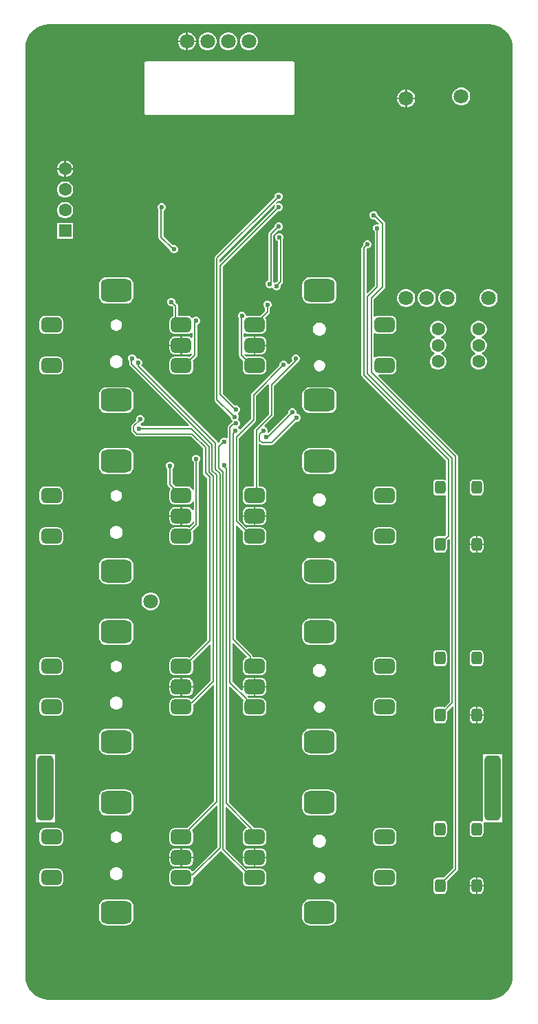
<source format=gtl>
G04*
G04 #@! TF.GenerationSoftware,Altium Limited,Altium Designer,23.4.1 (23)*
G04*
G04 Layer_Physical_Order=1*
G04 Layer_Color=255*
%FSLAX44Y44*%
%MOMM*%
G71*
G04*
G04 #@! TF.SameCoordinates,ED8CA8E1-86DF-42A4-AF38-516AE62C0134*
G04*
G04*
G04 #@! TF.FilePolarity,Positive*
G04*
G01*
G75*
%ADD11C,0.2000*%
G04:AMPARAMS|DCode=14|XSize=1.6mm|YSize=1.3mm|CornerRadius=0.325mm|HoleSize=0mm|Usage=FLASHONLY|Rotation=90.000|XOffset=0mm|YOffset=0mm|HoleType=Round|Shape=RoundedRectangle|*
%AMROUNDEDRECTD14*
21,1,1.6000,0.6500,0,0,90.0*
21,1,0.9500,1.3000,0,0,90.0*
1,1,0.6500,0.3250,0.4750*
1,1,0.6500,0.3250,-0.4750*
1,1,0.6500,-0.3250,-0.4750*
1,1,0.6500,-0.3250,0.4750*
%
%ADD14ROUNDEDRECTD14*%
G04:AMPARAMS|DCode=15|XSize=2.8mm|YSize=3.8mm|CornerRadius=0.7mm|HoleSize=0mm|Usage=FLASHONLY|Rotation=270.000|XOffset=0mm|YOffset=0mm|HoleType=Round|Shape=RoundedRectangle|*
%AMROUNDEDRECTD15*
21,1,2.8000,2.4000,0,0,270.0*
21,1,1.4000,3.8000,0,0,270.0*
1,1,1.4000,-1.2000,-0.7000*
1,1,1.4000,-1.2000,0.7000*
1,1,1.4000,1.2000,0.7000*
1,1,1.4000,1.2000,-0.7000*
%
%ADD15ROUNDEDRECTD15*%
G04:AMPARAMS|DCode=16|XSize=1.8mm|YSize=2.5mm|CornerRadius=0.45mm|HoleSize=0mm|Usage=FLASHONLY|Rotation=270.000|XOffset=0mm|YOffset=0mm|HoleType=Round|Shape=RoundedRectangle|*
%AMROUNDEDRECTD16*
21,1,1.8000,1.6000,0,0,270.0*
21,1,0.9000,2.5000,0,0,270.0*
1,1,0.9000,-0.8000,-0.4500*
1,1,0.9000,-0.8000,0.4500*
1,1,0.9000,0.8000,0.4500*
1,1,0.9000,0.8000,-0.4500*
%
%ADD16ROUNDEDRECTD16*%
%ADD21C,1.8000*%
%ADD26R,1.6000X1.6000*%
%ADD27C,1.6000*%
G04:AMPARAMS|DCode=28|XSize=2mm|YSize=8mm|CornerRadius=0.5mm|HoleSize=0mm|Usage=FLASHONLY|Rotation=0.000|XOffset=0mm|YOffset=0mm|HoleType=Round|Shape=RoundedRectangle|*
%AMROUNDEDRECTD28*
21,1,2.0000,7.0000,0,0,0.0*
21,1,1.0000,8.0000,0,0,0.0*
1,1,1.0000,0.5000,-3.5000*
1,1,1.0000,-0.5000,-3.5000*
1,1,1.0000,-0.5000,3.5000*
1,1,1.0000,0.5000,3.5000*
%
%ADD28ROUNDEDRECTD28*%
%ADD29C,6.0000*%
%ADD30C,0.6000*%
G36*
X570000Y1200000D02*
X571966Y1200000D01*
X575865Y1199487D01*
X579664Y1198469D01*
X583297Y1196964D01*
X586703Y1194998D01*
X589823Y1192604D01*
X592604Y1189823D01*
X594998Y1186703D01*
X596964Y1183297D01*
X598469Y1179664D01*
X599487Y1175865D01*
X600000Y1171966D01*
Y1170000D01*
X600000Y1170000D01*
X600000Y1170000D01*
X600000Y30000D01*
X600000Y28033D01*
X599487Y24134D01*
X598469Y20336D01*
X596964Y16703D01*
X594998Y13297D01*
X592604Y10177D01*
X589823Y7396D01*
X586703Y5002D01*
X583297Y3036D01*
X579664Y1531D01*
X575866Y513D01*
X571967Y-0D01*
X570000Y0D01*
X28033D01*
X24135Y513D01*
X20336Y1531D01*
X16703Y3036D01*
X13297Y5002D01*
X10177Y7396D01*
X7396Y10177D01*
X5002Y13297D01*
X3036Y16703D01*
X1531Y20336D01*
X513Y24134D01*
X0Y28033D01*
X0Y30000D01*
Y1170000D01*
Y1171966D01*
X513Y1175865D01*
X1531Y1179664D01*
X3036Y1183297D01*
X5002Y1186703D01*
X7396Y1189823D01*
X10177Y1192604D01*
X13297Y1194998D01*
X16703Y1196964D01*
X20336Y1198469D01*
X24135Y1199487D01*
X28034Y1200000D01*
X30000D01*
Y1200000D01*
X570000Y1200000D01*
D02*
G37*
%LPC*%
G36*
X200348Y1189920D02*
X199900D01*
Y1179920D01*
X209900D01*
Y1180368D01*
X209150Y1183166D01*
X207702Y1185674D01*
X205654Y1187722D01*
X203146Y1189170D01*
X200348Y1189920D01*
D02*
G37*
G36*
X197900D02*
X197452D01*
X194654Y1189170D01*
X192146Y1187722D01*
X190098Y1185674D01*
X188650Y1183166D01*
X187900Y1180368D01*
Y1179920D01*
X197900D01*
Y1189920D01*
D02*
G37*
G36*
X276548D02*
X273652D01*
X270854Y1189170D01*
X268346Y1187722D01*
X266298Y1185674D01*
X264850Y1183166D01*
X264100Y1180368D01*
Y1177472D01*
X264850Y1174674D01*
X266298Y1172166D01*
X268346Y1170118D01*
X270854Y1168670D01*
X273652Y1167920D01*
X276548D01*
X279346Y1168670D01*
X281854Y1170118D01*
X283902Y1172166D01*
X285350Y1174674D01*
X286100Y1177472D01*
Y1180368D01*
X285350Y1183166D01*
X283902Y1185674D01*
X281854Y1187722D01*
X279346Y1189170D01*
X276548Y1189920D01*
D02*
G37*
G36*
X251148D02*
X248252D01*
X245454Y1189170D01*
X242946Y1187722D01*
X240898Y1185674D01*
X239450Y1183166D01*
X238700Y1180368D01*
Y1177472D01*
X239450Y1174674D01*
X240898Y1172166D01*
X242946Y1170118D01*
X245454Y1168670D01*
X248252Y1167920D01*
X251148D01*
X253946Y1168670D01*
X256454Y1170118D01*
X258502Y1172166D01*
X259950Y1174674D01*
X260700Y1177472D01*
Y1180368D01*
X259950Y1183166D01*
X258502Y1185674D01*
X256454Y1187722D01*
X253946Y1189170D01*
X251148Y1189920D01*
D02*
G37*
G36*
X225748D02*
X222852D01*
X220054Y1189170D01*
X217546Y1187722D01*
X215498Y1185674D01*
X214050Y1183166D01*
X213300Y1180368D01*
Y1177472D01*
X214050Y1174674D01*
X215498Y1172166D01*
X217546Y1170118D01*
X220054Y1168670D01*
X222852Y1167920D01*
X225748D01*
X228546Y1168670D01*
X231054Y1170118D01*
X233102Y1172166D01*
X234550Y1174674D01*
X235300Y1177472D01*
Y1180368D01*
X234550Y1183166D01*
X233102Y1185674D01*
X231054Y1187722D01*
X228546Y1189170D01*
X225748Y1189920D01*
D02*
G37*
G36*
X209900Y1177920D02*
X199900D01*
Y1167920D01*
X200348D01*
X203146Y1168670D01*
X205654Y1170118D01*
X207702Y1172166D01*
X209150Y1174674D01*
X209900Y1177472D01*
Y1177920D01*
D02*
G37*
G36*
X197900D02*
X187900D01*
Y1177472D01*
X188650Y1174674D01*
X190098Y1172166D01*
X192146Y1170118D01*
X194654Y1168670D01*
X197452Y1167920D01*
X197900D01*
Y1177920D01*
D02*
G37*
G36*
X470248Y1119500D02*
X469800D01*
Y1109500D01*
X479800D01*
Y1109948D01*
X479050Y1112746D01*
X477602Y1115254D01*
X475554Y1117302D01*
X473046Y1118750D01*
X470248Y1119500D01*
D02*
G37*
G36*
X467800D02*
X467352D01*
X464554Y1118750D01*
X462046Y1117302D01*
X459998Y1115254D01*
X458550Y1112746D01*
X457800Y1109948D01*
Y1109500D01*
X467800D01*
Y1119500D01*
D02*
G37*
G36*
X538048Y1122000D02*
X535152D01*
X532354Y1121250D01*
X529846Y1119802D01*
X527798Y1117754D01*
X526350Y1115246D01*
X525600Y1112448D01*
Y1109552D01*
X526350Y1106754D01*
X527798Y1104246D01*
X529846Y1102198D01*
X532354Y1100750D01*
X535152Y1100000D01*
X538048D01*
X540846Y1100750D01*
X543354Y1102198D01*
X545402Y1104246D01*
X546850Y1106754D01*
X547600Y1109552D01*
Y1112448D01*
X546850Y1115246D01*
X545402Y1117754D01*
X543354Y1119802D01*
X540846Y1121250D01*
X538048Y1122000D01*
D02*
G37*
G36*
X479800Y1107500D02*
X469800D01*
Y1097500D01*
X470248D01*
X473046Y1098250D01*
X475554Y1099698D01*
X477602Y1101746D01*
X479050Y1104254D01*
X479800Y1107052D01*
Y1107500D01*
D02*
G37*
G36*
X467800D02*
X457800D01*
Y1107052D01*
X458550Y1104254D01*
X459998Y1101746D01*
X462046Y1099698D01*
X464554Y1098250D01*
X467352Y1097500D01*
X467800D01*
Y1107500D01*
D02*
G37*
G36*
X329093Y1154553D02*
X149007D01*
X148227Y1154398D01*
X147565Y1153956D01*
X147123Y1153295D01*
X146968Y1152514D01*
Y1090538D01*
X147123Y1089758D01*
X147565Y1089096D01*
X148227Y1088654D01*
X149007Y1088499D01*
X329093D01*
X329873Y1088654D01*
X330535Y1089096D01*
X330977Y1089758D01*
X331132Y1090538D01*
Y1152514D01*
X330977Y1153295D01*
X330535Y1153956D01*
X329873Y1154398D01*
X329093Y1154553D01*
D02*
G37*
G36*
X50317Y1032100D02*
X50000D01*
Y1023100D01*
X59000D01*
Y1023417D01*
X58319Y1025960D01*
X57002Y1028240D01*
X55140Y1030102D01*
X52860Y1031419D01*
X50317Y1032100D01*
D02*
G37*
G36*
X48000D02*
X47684D01*
X45140Y1031419D01*
X42860Y1030102D01*
X40998Y1028240D01*
X39681Y1025960D01*
X39000Y1023417D01*
Y1023100D01*
X48000D01*
Y1032100D01*
D02*
G37*
G36*
X59000Y1021100D02*
X50000D01*
Y1012100D01*
X50317D01*
X52860Y1012782D01*
X55140Y1014098D01*
X57002Y1015960D01*
X58319Y1018240D01*
X59000Y1020783D01*
Y1021100D01*
D02*
G37*
G36*
X48000D02*
X39000D01*
Y1020783D01*
X39681Y1018240D01*
X40998Y1015960D01*
X42860Y1014098D01*
X45140Y1012782D01*
X47684Y1012100D01*
X48000D01*
Y1021100D01*
D02*
G37*
G36*
X50317Y1006700D02*
X47684D01*
X45140Y1006019D01*
X42860Y1004702D01*
X40998Y1002840D01*
X39681Y1000560D01*
X39000Y998017D01*
Y995383D01*
X39681Y992840D01*
X40998Y990560D01*
X42860Y988698D01*
X45140Y987382D01*
X47684Y986700D01*
X50317D01*
X52860Y987382D01*
X55140Y988698D01*
X57002Y990560D01*
X58319Y992840D01*
X59000Y995383D01*
Y998017D01*
X58319Y1000560D01*
X57002Y1002840D01*
X55140Y1004702D01*
X52860Y1006019D01*
X50317Y1006700D01*
D02*
G37*
G36*
Y981300D02*
X47684D01*
X45140Y980619D01*
X42860Y979302D01*
X40998Y977440D01*
X39681Y975160D01*
X39000Y972617D01*
Y969983D01*
X39681Y967440D01*
X40998Y965160D01*
X42860Y963298D01*
X45140Y961982D01*
X47684Y961300D01*
X50317D01*
X52860Y961982D01*
X55140Y963298D01*
X57002Y965160D01*
X58319Y967440D01*
X59000Y969983D01*
Y972617D01*
X58319Y975160D01*
X57002Y977440D01*
X55140Y979302D01*
X52860Y980619D01*
X50317Y981300D01*
D02*
G37*
G36*
X429995Y970000D02*
X428005D01*
X426168Y969239D01*
X424761Y967832D01*
X424000Y965995D01*
Y964005D01*
X424761Y962168D01*
X426168Y960761D01*
X428005Y960000D01*
X429995D01*
X430321Y960135D01*
X435849Y954606D01*
X435130Y953530D01*
X433995Y954000D01*
X432005D01*
X430168Y953239D01*
X428761Y951832D01*
X428000Y949995D01*
Y948005D01*
X428761Y946168D01*
X429941Y944988D01*
Y877688D01*
X421112Y868858D01*
X419939Y869344D01*
Y923613D01*
X420326Y924000D01*
X421995D01*
X423832Y924761D01*
X425239Y926168D01*
X426000Y928005D01*
Y929995D01*
X425239Y931832D01*
X423832Y933239D01*
X421995Y934000D01*
X420005D01*
X418168Y933239D01*
X416761Y931832D01*
X416000Y929995D01*
Y928326D01*
X414717Y927043D01*
X414054Y926050D01*
X413821Y924880D01*
X413821Y924880D01*
Y768409D01*
X413821Y768409D01*
X414054Y767238D01*
X414717Y766246D01*
X517941Y663022D01*
Y639791D01*
X516671Y639112D01*
X515798Y639695D01*
X513750Y640103D01*
X507250D01*
X505202Y639695D01*
X503465Y638535D01*
X502305Y636798D01*
X501897Y634750D01*
Y625250D01*
X502305Y623202D01*
X503465Y621465D01*
X505202Y620305D01*
X507250Y619897D01*
X513750D01*
X515798Y620305D01*
X516671Y620888D01*
X517941Y620209D01*
Y571767D01*
X515841Y569667D01*
X515798Y569695D01*
X513750Y570103D01*
X507250D01*
X505202Y569695D01*
X503465Y568535D01*
X502305Y566798D01*
X501897Y564750D01*
Y555250D01*
X502305Y553202D01*
X503465Y551465D01*
X505202Y550305D01*
X507250Y549897D01*
X513750D01*
X515798Y550305D01*
X517535Y551465D01*
X518695Y553202D01*
X519103Y555250D01*
Y564277D01*
X521308Y566482D01*
X522481Y565996D01*
Y366307D01*
X515841Y359667D01*
X515798Y359695D01*
X513750Y360103D01*
X507250D01*
X505202Y359695D01*
X503465Y358535D01*
X502305Y356798D01*
X501897Y354750D01*
Y345250D01*
X502305Y343201D01*
X503465Y341465D01*
X505202Y340305D01*
X507250Y339897D01*
X513750D01*
X515798Y340305D01*
X517535Y341465D01*
X518695Y343201D01*
X519103Y345250D01*
Y354277D01*
X525546Y360721D01*
X526720Y360235D01*
Y162045D01*
X514607Y149932D01*
X513750Y150103D01*
X507250D01*
X505202Y149695D01*
X503465Y148535D01*
X502305Y146798D01*
X501897Y144750D01*
Y135250D01*
X502305Y133202D01*
X503465Y131465D01*
X505202Y130305D01*
X507250Y129897D01*
X513750D01*
X515798Y130305D01*
X517535Y131465D01*
X518695Y133202D01*
X519103Y135250D01*
Y144750D01*
X518932Y145607D01*
X531941Y158616D01*
X532604Y159608D01*
X532837Y160779D01*
X532837Y160779D01*
Y668351D01*
X532837Y668351D01*
X532604Y669522D01*
X531941Y670514D01*
X434781Y767674D01*
X435308Y768944D01*
X450000D01*
X451697Y769167D01*
X453278Y769822D01*
X454636Y770864D01*
X455678Y772222D01*
X456333Y773803D01*
X456556Y775500D01*
Y784500D01*
X456333Y786197D01*
X455678Y787778D01*
X454636Y789136D01*
X453278Y790178D01*
X451697Y790833D01*
X450000Y791056D01*
X434000D01*
X432303Y790833D01*
X430722Y790178D01*
X430289Y789845D01*
X429019Y790472D01*
Y819528D01*
X430289Y820155D01*
X430722Y819822D01*
X432303Y819167D01*
X434000Y818944D01*
X450000D01*
X451697Y819167D01*
X453278Y819822D01*
X454636Y820864D01*
X455678Y822222D01*
X456333Y823803D01*
X456556Y825500D01*
Y834500D01*
X456333Y836197D01*
X455678Y837778D01*
X454636Y839136D01*
X453278Y840178D01*
X451697Y840833D01*
X450000Y841056D01*
X434000D01*
X432303Y840833D01*
X430722Y840178D01*
X430289Y839845D01*
X429019Y840472D01*
Y861693D01*
X442163Y874837D01*
X442826Y875829D01*
X443059Y877000D01*
X443059Y877000D01*
Y954781D01*
X443059Y954781D01*
X442826Y955952D01*
X442163Y956944D01*
X434000Y965107D01*
Y965995D01*
X433239Y967832D01*
X431832Y969239D01*
X429995Y970000D01*
D02*
G37*
G36*
X312995Y956000D02*
X311005D01*
X309168Y955239D01*
X307761Y953832D01*
X307000Y951995D01*
Y950867D01*
X300113Y943980D01*
X299450Y942988D01*
X299217Y941817D01*
X299217Y941817D01*
Y885100D01*
X298168Y884666D01*
X296761Y883259D01*
X296000Y881422D01*
Y879433D01*
X296761Y877595D01*
X298168Y876188D01*
X300005Y875427D01*
X301995D01*
X303217Y875933D01*
X304781Y875477D01*
X304932Y875111D01*
X306339Y873705D01*
X308176Y872944D01*
X310166D01*
X312003Y873705D01*
X313410Y875111D01*
X314171Y876949D01*
Y878938D01*
X314106Y879094D01*
X316163Y881151D01*
X316826Y882143D01*
X317059Y883314D01*
X317059Y883314D01*
Y935844D01*
X317540Y937005D01*
Y938995D01*
X316779Y940832D01*
X315372Y942239D01*
X313535Y943000D01*
X311545D01*
X309708Y942239D01*
X308301Y940832D01*
X307540Y938995D01*
Y937005D01*
X308301Y935168D01*
X309708Y933761D01*
X310941Y933250D01*
Y884581D01*
X309304Y882944D01*
X308176D01*
X306339Y882183D01*
X305626Y882324D01*
X305335Y883028D01*
Y940550D01*
X310849Y946065D01*
X311005Y946000D01*
X312995D01*
X314832Y946761D01*
X316239Y948168D01*
X317000Y950005D01*
Y951995D01*
X316239Y953832D01*
X314832Y955239D01*
X312995Y956000D01*
D02*
G37*
G36*
X59000Y955900D02*
X39000D01*
Y935900D01*
X59000D01*
Y955900D01*
D02*
G37*
G36*
X168995Y980000D02*
X167005D01*
X165168Y979239D01*
X163761Y977832D01*
X163000Y975995D01*
Y974005D01*
X163761Y972168D01*
X163932Y971997D01*
Y938064D01*
X163932Y938064D01*
X164165Y936893D01*
X164828Y935901D01*
X178000Y922729D01*
Y922005D01*
X178761Y920168D01*
X180168Y918761D01*
X182005Y918000D01*
X183995D01*
X185832Y918761D01*
X187239Y920168D01*
X188000Y922005D01*
Y923995D01*
X187239Y925832D01*
X185832Y927239D01*
X183995Y928000D01*
X182005D01*
X181563Y927817D01*
X170049Y939331D01*
Y970437D01*
X170832Y970761D01*
X172239Y972168D01*
X173000Y974005D01*
Y975995D01*
X172239Y977832D01*
X170832Y979239D01*
X168995Y980000D01*
D02*
G37*
G36*
X374000Y888578D02*
X350000D01*
X347650Y888268D01*
X345461Y887361D01*
X343581Y885919D01*
X342138Y884039D01*
X341232Y881850D01*
X340922Y879500D01*
Y865500D01*
X341232Y863150D01*
X342138Y860961D01*
X343581Y859081D01*
X345461Y857638D01*
X347650Y856732D01*
X350000Y856422D01*
X374000D01*
X376349Y856732D01*
X378539Y857638D01*
X380419Y859081D01*
X381861Y860961D01*
X382768Y863150D01*
X383078Y865500D01*
Y879500D01*
X382768Y881850D01*
X381861Y884039D01*
X380419Y885919D01*
X378539Y887361D01*
X376349Y888268D01*
X374000Y888578D01*
D02*
G37*
G36*
X124000D02*
X100000D01*
X97650Y888268D01*
X95461Y887361D01*
X93581Y885919D01*
X92139Y884039D01*
X91232Y881850D01*
X90922Y879500D01*
Y865500D01*
X91232Y863150D01*
X92139Y860961D01*
X93581Y859081D01*
X95461Y857638D01*
X97650Y856732D01*
X100000Y856422D01*
X124000D01*
X126349Y856732D01*
X128539Y857638D01*
X130419Y859081D01*
X131861Y860961D01*
X132768Y863150D01*
X133078Y865500D01*
Y879500D01*
X132768Y881850D01*
X131861Y884039D01*
X130419Y885919D01*
X128539Y887361D01*
X126349Y888268D01*
X124000Y888578D01*
D02*
G37*
G36*
X571848Y874000D02*
X568952D01*
X566154Y873250D01*
X563646Y871802D01*
X561598Y869754D01*
X560150Y867246D01*
X559400Y864448D01*
Y861552D01*
X560150Y858754D01*
X561598Y856246D01*
X563646Y854198D01*
X566154Y852750D01*
X568952Y852000D01*
X571848D01*
X574646Y852750D01*
X577154Y854198D01*
X579202Y856246D01*
X580650Y858754D01*
X581400Y861552D01*
Y864448D01*
X580650Y867246D01*
X579202Y869754D01*
X577154Y871802D01*
X574646Y873250D01*
X571848Y874000D01*
D02*
G37*
G36*
X521048D02*
X518152D01*
X515354Y873250D01*
X512846Y871802D01*
X510798Y869754D01*
X509350Y867246D01*
X508600Y864448D01*
Y861552D01*
X509350Y858754D01*
X510798Y856246D01*
X512846Y854198D01*
X515354Y852750D01*
X518152Y852000D01*
X521048D01*
X523846Y852750D01*
X526354Y854198D01*
X528402Y856246D01*
X529850Y858754D01*
X530600Y861552D01*
Y864448D01*
X529850Y867246D01*
X528402Y869754D01*
X526354Y871802D01*
X523846Y873250D01*
X521048Y874000D01*
D02*
G37*
G36*
X495648D02*
X492752D01*
X489954Y873250D01*
X487446Y871802D01*
X485398Y869754D01*
X483950Y867246D01*
X483200Y864448D01*
Y861552D01*
X483950Y858754D01*
X485398Y856246D01*
X487446Y854198D01*
X489954Y852750D01*
X492752Y852000D01*
X495648D01*
X498446Y852750D01*
X500954Y854198D01*
X503002Y856246D01*
X504450Y858754D01*
X505200Y861552D01*
Y864448D01*
X504450Y867246D01*
X503002Y869754D01*
X500954Y871802D01*
X498446Y873250D01*
X495648Y874000D01*
D02*
G37*
G36*
X470248D02*
X467352D01*
X464554Y873250D01*
X462046Y871802D01*
X459998Y869754D01*
X458550Y867246D01*
X457800Y864448D01*
Y861552D01*
X458550Y858754D01*
X459998Y856246D01*
X462046Y854198D01*
X464554Y852750D01*
X467352Y852000D01*
X470248D01*
X473046Y852750D01*
X475554Y854198D01*
X477602Y856246D01*
X479050Y858754D01*
X479800Y861552D01*
Y864448D01*
X479050Y867246D01*
X477602Y869754D01*
X475554Y871802D01*
X473046Y873250D01*
X470248Y874000D01*
D02*
G37*
G36*
X298981Y859987D02*
X296992D01*
X295154Y859225D01*
X293748Y857819D01*
X292987Y855981D01*
Y853992D01*
X293748Y852154D01*
X294941Y850961D01*
Y847267D01*
X289177Y841502D01*
X288878Y841056D01*
X274000D01*
X272869Y840907D01*
X271599Y841781D01*
Y842279D01*
X270838Y844117D01*
X269431Y845523D01*
X267593Y846284D01*
X265604D01*
X263767Y845523D01*
X262360Y844117D01*
X261599Y842279D01*
Y840290D01*
X262360Y838452D01*
X262901Y837911D01*
Y792540D01*
X262901Y792540D01*
X263134Y791369D01*
X263797Y790377D01*
X267758Y786416D01*
X267667Y786197D01*
X267444Y784500D01*
Y775500D01*
X267667Y773803D01*
X268322Y772222D01*
X269364Y770864D01*
X270722Y769822D01*
X272303Y769167D01*
X274000Y768944D01*
X290000D01*
X291697Y769167D01*
X293278Y769822D01*
X294636Y770864D01*
X295678Y772222D01*
X296333Y773803D01*
X296556Y775500D01*
Y784500D01*
X296333Y786197D01*
X295678Y787778D01*
X294636Y789136D01*
X293278Y790178D01*
X291697Y790833D01*
X290000Y791056D01*
X274000D01*
X272303Y790833D01*
X272084Y790742D01*
X269445Y793381D01*
X269538Y794130D01*
X270300Y794576D01*
X270858Y794766D01*
X272303Y794167D01*
X274000Y793944D01*
X281000D01*
Y805000D01*
Y816056D01*
X274000D01*
X272303Y815833D01*
X270722Y815178D01*
X270289Y814845D01*
X269019Y815472D01*
Y819528D01*
X270289Y820155D01*
X270722Y819822D01*
X272303Y819167D01*
X274000Y818944D01*
X290000D01*
X291697Y819167D01*
X293278Y819822D01*
X294636Y820864D01*
X295678Y822222D01*
X296333Y823803D01*
X296556Y825500D01*
Y834500D01*
X296333Y836197D01*
X295678Y837778D01*
X294994Y838669D01*
X300163Y843837D01*
X300163Y843837D01*
X300826Y844829D01*
X301059Y846000D01*
Y850988D01*
X302225Y852154D01*
X302987Y853992D01*
Y855981D01*
X302225Y857819D01*
X300819Y859225D01*
X298981Y859987D01*
D02*
G37*
G36*
X112921Y837000D02*
X111078D01*
X109298Y836523D01*
X107702Y835601D01*
X106399Y834298D01*
X105477Y832702D01*
X105000Y830922D01*
Y829078D01*
X105477Y827298D01*
X106399Y825702D01*
X107702Y824399D01*
X109298Y823477D01*
X111078Y823000D01*
X112921D01*
X114702Y823477D01*
X116298Y824399D01*
X117601Y825702D01*
X118523Y827298D01*
X119000Y829078D01*
Y830922D01*
X118523Y832702D01*
X117601Y834298D01*
X116298Y835601D01*
X114702Y836523D01*
X112921Y837000D01*
D02*
G37*
G36*
X40000Y841056D02*
X24000D01*
X22303Y840833D01*
X20722Y840178D01*
X19364Y839136D01*
X18322Y837778D01*
X17667Y836197D01*
X17444Y834500D01*
Y825500D01*
X17667Y823803D01*
X18322Y822222D01*
X19364Y820864D01*
X20722Y819822D01*
X22303Y819167D01*
X24000Y818944D01*
X40000D01*
X41697Y819167D01*
X43278Y819822D01*
X44636Y820864D01*
X45678Y822222D01*
X46333Y823803D01*
X46556Y825500D01*
Y834500D01*
X46333Y836197D01*
X45678Y837778D01*
X44636Y839136D01*
X43278Y840178D01*
X41697Y840833D01*
X40000Y841056D01*
D02*
G37*
G36*
X363053Y833000D02*
X360947D01*
X358912Y832455D01*
X357088Y831402D01*
X355598Y829912D01*
X354545Y828088D01*
X354000Y826053D01*
Y823947D01*
X354545Y821912D01*
X355598Y820088D01*
X357088Y818598D01*
X358912Y817545D01*
X360947Y817000D01*
X363053D01*
X365088Y817545D01*
X366912Y818598D01*
X368401Y820088D01*
X369455Y821912D01*
X370000Y823947D01*
Y826053D01*
X369455Y828088D01*
X368401Y829912D01*
X366912Y831402D01*
X365088Y832455D01*
X363053Y833000D01*
D02*
G37*
G36*
X180995Y863460D02*
X179005D01*
X177168Y862699D01*
X175761Y861292D01*
X175000Y859455D01*
Y857465D01*
X175761Y855628D01*
X177168Y854221D01*
X179005Y853460D01*
X180674D01*
X181941Y852193D01*
Y840683D01*
X180722Y840178D01*
X179364Y839136D01*
X178322Y837778D01*
X177667Y836197D01*
X177444Y834500D01*
Y825500D01*
X177667Y823803D01*
X178322Y822222D01*
X179364Y820864D01*
X180722Y819822D01*
X182303Y819167D01*
X184000Y818944D01*
X200000D01*
X201697Y819167D01*
X203278Y819822D01*
X204336Y820634D01*
X205606Y820198D01*
Y814802D01*
X204336Y814366D01*
X203278Y815178D01*
X201697Y815833D01*
X200000Y816056D01*
X193000D01*
Y805000D01*
Y793944D01*
X200000D01*
X201697Y794167D01*
X203278Y794822D01*
X203700Y795146D01*
X205077Y794602D01*
X205176Y794002D01*
X201916Y790742D01*
X201697Y790833D01*
X200000Y791056D01*
X184000D01*
X182303Y790833D01*
X180722Y790178D01*
X179364Y789136D01*
X178322Y787778D01*
X177667Y786197D01*
X177444Y784500D01*
Y775500D01*
X177667Y773803D01*
X178322Y772222D01*
X179364Y770864D01*
X180722Y769822D01*
X182303Y769167D01*
X184000Y768944D01*
X200000D01*
X201697Y769167D01*
X203278Y769822D01*
X204636Y770864D01*
X205678Y772222D01*
X206333Y773803D01*
X206556Y775500D01*
Y784500D01*
X206333Y786197D01*
X206242Y786416D01*
X210827Y791002D01*
X210827Y791002D01*
X211490Y791994D01*
X211723Y793165D01*
X211723Y793165D01*
Y830420D01*
X212853Y830888D01*
X214259Y832294D01*
X215020Y834132D01*
Y836121D01*
X214259Y837959D01*
X212853Y839365D01*
X211015Y840126D01*
X209026D01*
X207188Y839365D01*
X206550Y838727D01*
X204872Y838828D01*
X204636Y839136D01*
X203278Y840178D01*
X201697Y840833D01*
X200000Y841056D01*
X188059D01*
Y853460D01*
X187826Y854631D01*
X187163Y855623D01*
X185000Y857786D01*
Y859455D01*
X184239Y861292D01*
X182832Y862699D01*
X180995Y863460D01*
D02*
G37*
G36*
X290000Y816056D02*
X283000D01*
Y806000D01*
X296556D01*
Y809500D01*
X296333Y811197D01*
X295678Y812778D01*
X294636Y814136D01*
X293278Y815178D01*
X291697Y815833D01*
X290000Y816056D01*
D02*
G37*
G36*
X191000D02*
X184000D01*
X182303Y815833D01*
X180722Y815178D01*
X179364Y814136D01*
X178322Y812778D01*
X177667Y811197D01*
X177444Y809500D01*
Y806000D01*
X191000D01*
Y816056D01*
D02*
G37*
G36*
X296556Y804000D02*
X283000D01*
Y793944D01*
X290000D01*
X291697Y794167D01*
X293278Y794822D01*
X294636Y795864D01*
X295678Y797222D01*
X296333Y798803D01*
X296556Y800500D01*
Y804000D01*
D02*
G37*
G36*
X191000D02*
X177444D01*
Y800500D01*
X177667Y798803D01*
X178322Y797222D01*
X179364Y795864D01*
X180722Y794822D01*
X182303Y794167D01*
X184000Y793944D01*
X191000D01*
Y804000D01*
D02*
G37*
G36*
X113053Y793000D02*
X110947D01*
X108912Y792455D01*
X107088Y791402D01*
X105598Y789912D01*
X104545Y788088D01*
X104000Y786053D01*
Y783947D01*
X104545Y781912D01*
X105598Y780088D01*
X107088Y778598D01*
X108912Y777545D01*
X110947Y777000D01*
X113053D01*
X115088Y777545D01*
X116912Y778598D01*
X118401Y780088D01*
X119455Y781912D01*
X120000Y783947D01*
Y786053D01*
X119455Y788088D01*
X118401Y789912D01*
X116912Y791402D01*
X115088Y792455D01*
X113053Y793000D01*
D02*
G37*
G36*
X559317Y835000D02*
X556684D01*
X554140Y834318D01*
X551860Y833002D01*
X549998Y831140D01*
X548681Y828860D01*
X548000Y826317D01*
Y823683D01*
X548681Y821140D01*
X549998Y818860D01*
X551860Y816998D01*
X554140Y815682D01*
X554230Y815657D01*
Y814343D01*
X554140Y814318D01*
X551860Y813002D01*
X549998Y811140D01*
X548681Y808860D01*
X548000Y806317D01*
Y803683D01*
X548681Y801140D01*
X549998Y798860D01*
X551860Y796998D01*
X554140Y795682D01*
X554230Y795657D01*
Y794343D01*
X554140Y794318D01*
X551860Y793002D01*
X549998Y791140D01*
X548681Y788860D01*
X548000Y786317D01*
Y783683D01*
X548681Y781140D01*
X549998Y778860D01*
X551860Y776998D01*
X554140Y775682D01*
X556684Y775000D01*
X559317D01*
X561860Y775682D01*
X564140Y776998D01*
X566002Y778860D01*
X567318Y781140D01*
X568000Y783683D01*
Y786317D01*
X567318Y788860D01*
X566002Y791140D01*
X564140Y793002D01*
X561860Y794318D01*
X561770Y794343D01*
Y795657D01*
X561860Y795682D01*
X564140Y796998D01*
X566002Y798860D01*
X567318Y801140D01*
X568000Y803683D01*
Y806317D01*
X567318Y808860D01*
X566002Y811140D01*
X564140Y813002D01*
X561860Y814318D01*
X561770Y814343D01*
Y815657D01*
X561860Y815682D01*
X564140Y816998D01*
X566002Y818860D01*
X567318Y821140D01*
X568000Y823683D01*
Y826317D01*
X567318Y828860D01*
X566002Y831140D01*
X564140Y833002D01*
X561860Y834318D01*
X559317Y835000D01*
D02*
G37*
G36*
X509317D02*
X506684D01*
X504140Y834318D01*
X501860Y833002D01*
X499998Y831140D01*
X498681Y828860D01*
X498000Y826317D01*
Y823683D01*
X498681Y821140D01*
X499998Y818860D01*
X501860Y816998D01*
X504140Y815682D01*
X504230Y815657D01*
Y814343D01*
X504140Y814318D01*
X501860Y813002D01*
X499998Y811140D01*
X498681Y808860D01*
X498000Y806317D01*
Y803683D01*
X498681Y801140D01*
X499998Y798860D01*
X501860Y796998D01*
X504140Y795682D01*
X504230Y795657D01*
Y794343D01*
X504140Y794318D01*
X501860Y793002D01*
X499998Y791140D01*
X498681Y788860D01*
X498000Y786317D01*
Y783683D01*
X498681Y781140D01*
X499998Y778860D01*
X501860Y776998D01*
X504140Y775682D01*
X506684Y775000D01*
X509317D01*
X511860Y775682D01*
X514140Y776998D01*
X516002Y778860D01*
X517318Y781140D01*
X518000Y783683D01*
Y786317D01*
X517318Y788860D01*
X516002Y791140D01*
X514140Y793002D01*
X511860Y794318D01*
X511770Y794343D01*
Y795657D01*
X511860Y795682D01*
X514140Y796998D01*
X516002Y798860D01*
X517318Y801140D01*
X518000Y803683D01*
Y806317D01*
X517318Y808860D01*
X516002Y811140D01*
X514140Y813002D01*
X511860Y814318D01*
X511770Y814343D01*
Y815657D01*
X511860Y815682D01*
X514140Y816998D01*
X516002Y818860D01*
X517318Y821140D01*
X518000Y823683D01*
Y826317D01*
X517318Y828860D01*
X516002Y831140D01*
X514140Y833002D01*
X511860Y834318D01*
X509317Y835000D01*
D02*
G37*
G36*
X362921Y787000D02*
X361078D01*
X359298Y786523D01*
X357702Y785601D01*
X356399Y784298D01*
X355477Y782702D01*
X355000Y780922D01*
Y779078D01*
X355477Y777298D01*
X356399Y775702D01*
X357702Y774399D01*
X359298Y773477D01*
X361078Y773000D01*
X362921D01*
X364702Y773477D01*
X366298Y774399D01*
X367601Y775702D01*
X368523Y777298D01*
X369000Y779078D01*
Y780922D01*
X368523Y782702D01*
X367601Y784298D01*
X366298Y785601D01*
X364702Y786523D01*
X362921Y787000D01*
D02*
G37*
G36*
X40000Y791056D02*
X24000D01*
X22303Y790833D01*
X20722Y790178D01*
X19364Y789136D01*
X18322Y787778D01*
X17667Y786197D01*
X17444Y784500D01*
Y775500D01*
X17667Y773803D01*
X18322Y772222D01*
X19364Y770864D01*
X20722Y769822D01*
X22303Y769167D01*
X24000Y768944D01*
X40000D01*
X41697Y769167D01*
X43278Y769822D01*
X44636Y770864D01*
X45678Y772222D01*
X46333Y773803D01*
X46556Y775500D01*
Y784500D01*
X46333Y786197D01*
X45678Y787778D01*
X44636Y789136D01*
X43278Y790178D01*
X41697Y790833D01*
X40000Y791056D01*
D02*
G37*
G36*
X374000Y753578D02*
X350000D01*
X347650Y753268D01*
X345461Y752362D01*
X343581Y750919D01*
X342138Y749039D01*
X341232Y746850D01*
X340922Y744500D01*
Y730500D01*
X341232Y728150D01*
X342138Y725961D01*
X343581Y724081D01*
X345461Y722638D01*
X347650Y721732D01*
X350000Y721422D01*
X374000D01*
X376349Y721732D01*
X378539Y722638D01*
X380419Y724081D01*
X381861Y725961D01*
X382768Y728150D01*
X383078Y730500D01*
Y744500D01*
X382768Y746850D01*
X381861Y749039D01*
X380419Y750919D01*
X378539Y752362D01*
X376349Y753268D01*
X374000Y753578D01*
D02*
G37*
G36*
X124000D02*
X100000D01*
X97650Y753268D01*
X95461Y752362D01*
X93581Y750919D01*
X92139Y749039D01*
X91232Y746850D01*
X90922Y744500D01*
Y730500D01*
X91232Y728150D01*
X92139Y725961D01*
X93581Y724081D01*
X95461Y722638D01*
X97650Y721732D01*
X100000Y721422D01*
X124000D01*
X126349Y721732D01*
X128539Y722638D01*
X130419Y724081D01*
X131861Y725961D01*
X132768Y728150D01*
X133078Y730500D01*
Y744500D01*
X132768Y746850D01*
X131861Y749039D01*
X130419Y750919D01*
X128539Y752362D01*
X126349Y753268D01*
X124000Y753578D01*
D02*
G37*
G36*
X312995Y993000D02*
X311005D01*
X309168Y992239D01*
X307761Y990832D01*
X307000Y988995D01*
Y987326D01*
X233837Y914163D01*
X233174Y913170D01*
X232941Y912000D01*
X232941Y912000D01*
Y737853D01*
X232941Y737853D01*
X233174Y736683D01*
X233837Y735690D01*
X252839Y716688D01*
Y716163D01*
X253600Y714325D01*
X255007Y712918D01*
X255216Y711868D01*
X254896Y711548D01*
X254512Y710619D01*
X253755Y710114D01*
X253755Y710114D01*
X249691Y706050D01*
X249028Y705058D01*
X248796Y703887D01*
X248796Y703887D01*
Y691233D01*
X247526Y690774D01*
X245806Y691486D01*
X243817D01*
X241979Y690725D01*
X240573Y689318D01*
X239811Y687481D01*
Y686894D01*
X238240Y685323D01*
X236862Y685741D01*
X236826Y685923D01*
X236163Y686916D01*
X236163Y686916D01*
X142834Y780245D01*
X143320Y780731D01*
X144082Y782569D01*
Y784558D01*
X143320Y786396D01*
X141914Y787802D01*
X140076Y788564D01*
X138087D01*
X137829Y788456D01*
X136559Y789305D01*
Y790038D01*
X135797Y791876D01*
X134391Y793282D01*
X132553Y794044D01*
X130564D01*
X128726Y793282D01*
X127320Y791876D01*
X126559Y790038D01*
Y788049D01*
X127320Y786211D01*
X127993Y785537D01*
Y782044D01*
X127993Y782044D01*
X128226Y780873D01*
X128889Y779881D01*
X201874Y706896D01*
X201388Y705723D01*
X143972D01*
X142792Y706903D01*
X142454Y707043D01*
X142049Y708580D01*
X142454Y709100D01*
X142455D01*
X144292Y709861D01*
X145699Y711267D01*
X146460Y713105D01*
Y715094D01*
X145699Y716932D01*
X144292Y718338D01*
X142455Y719100D01*
X140465D01*
X138628Y718338D01*
X137221Y716932D01*
X136460Y715094D01*
Y713105D01*
X136567Y712846D01*
X131257Y707536D01*
X130594Y706543D01*
X130361Y705373D01*
X130361Y705373D01*
Y699955D01*
X130361Y699955D01*
X130594Y698784D01*
X131257Y697792D01*
X135415Y693635D01*
X135415Y693634D01*
X136407Y692971D01*
X137578Y692739D01*
X203936D01*
X218834Y677841D01*
Y647869D01*
X218834Y647869D01*
X219067Y646699D01*
X219730Y645706D01*
X223941Y641495D01*
Y442767D01*
X201916Y420742D01*
X201697Y420833D01*
X200000Y421056D01*
X184000D01*
X182303Y420833D01*
X180722Y420178D01*
X179364Y419136D01*
X178322Y417778D01*
X177667Y416197D01*
X177444Y414500D01*
Y405500D01*
X177667Y403803D01*
X178322Y402222D01*
X179364Y400864D01*
X180722Y399822D01*
X182303Y399167D01*
X184000Y398944D01*
X200000D01*
X201697Y399167D01*
X203278Y399822D01*
X204636Y400864D01*
X205678Y402222D01*
X206333Y403803D01*
X206556Y405500D01*
Y414500D01*
X206333Y416197D01*
X206242Y416416D01*
X227223Y437397D01*
X228396Y436911D01*
Y392722D01*
X204799Y369125D01*
X204636Y369136D01*
X203278Y370178D01*
X201697Y370833D01*
X200000Y371056D01*
X184000D01*
X182303Y370833D01*
X180722Y370178D01*
X179364Y369136D01*
X178322Y367778D01*
X177667Y366197D01*
X177444Y364500D01*
Y355500D01*
X177667Y353803D01*
X178322Y352222D01*
X179364Y350864D01*
X180722Y349822D01*
X182303Y349167D01*
X184000Y348944D01*
X200000D01*
X201697Y349167D01*
X203278Y349822D01*
X204636Y350864D01*
X205678Y352222D01*
X206333Y353803D01*
X206556Y355500D01*
Y362694D01*
X206724Y362727D01*
X207716Y363390D01*
X231223Y386897D01*
X232396Y386411D01*
Y244722D01*
X199176Y211502D01*
X198878Y211056D01*
X184000D01*
X182303Y210833D01*
X180722Y210178D01*
X179364Y209136D01*
X178322Y207778D01*
X177667Y206197D01*
X177444Y204500D01*
Y195500D01*
X177667Y193803D01*
X178322Y192222D01*
X179364Y190864D01*
X180722Y189822D01*
X182303Y189167D01*
X184000Y188944D01*
X200000D01*
X201697Y189167D01*
X203278Y189822D01*
X204636Y190864D01*
X205678Y192222D01*
X206333Y193803D01*
X206556Y195500D01*
Y204500D01*
X206333Y206197D01*
X205678Y207778D01*
X204994Y208669D01*
X235223Y238897D01*
X236396Y238411D01*
Y187722D01*
X206799Y158125D01*
X205234Y158356D01*
X204636Y159136D01*
X203278Y160178D01*
X201697Y160833D01*
X200000Y161056D01*
X184000D01*
X182303Y160833D01*
X180722Y160178D01*
X179364Y159136D01*
X178322Y157778D01*
X177667Y156197D01*
X177444Y154500D01*
Y145500D01*
X177667Y143803D01*
X178322Y142222D01*
X179364Y140864D01*
X180722Y139822D01*
X182303Y139167D01*
X184000Y138944D01*
X200000D01*
X201697Y139167D01*
X203278Y139822D01*
X204636Y140864D01*
X205678Y142222D01*
X206333Y143803D01*
X206556Y145500D01*
Y150315D01*
X207499Y150502D01*
X208491Y151166D01*
X240076Y182751D01*
X241648Y182526D01*
X267758Y156416D01*
X267667Y156197D01*
X267444Y154500D01*
Y145500D01*
X267667Y143803D01*
X268322Y142222D01*
X269364Y140864D01*
X270722Y139822D01*
X272303Y139167D01*
X274000Y138944D01*
X290000D01*
X291697Y139167D01*
X293278Y139822D01*
X294636Y140864D01*
X295678Y142222D01*
X296333Y143803D01*
X296556Y145500D01*
Y154500D01*
X296333Y156197D01*
X295678Y157778D01*
X294636Y159136D01*
X293278Y160178D01*
X291697Y160833D01*
X290000Y161056D01*
X274000D01*
X272303Y160833D01*
X272084Y160742D01*
X246514Y186312D01*
Y236501D01*
X247687Y236987D01*
X272668Y212006D01*
X272121Y210757D01*
X270722Y210178D01*
X269364Y209136D01*
X268322Y207778D01*
X267667Y206197D01*
X267444Y204500D01*
Y195500D01*
X267667Y193803D01*
X268322Y192222D01*
X269364Y190864D01*
X270722Y189822D01*
X272303Y189167D01*
X274000Y188944D01*
X290000D01*
X291697Y189167D01*
X293278Y189822D01*
X294636Y190864D01*
X295678Y192222D01*
X296333Y193803D01*
X296556Y195500D01*
Y204500D01*
X296333Y206197D01*
X295678Y207778D01*
X294636Y209136D01*
X293278Y210178D01*
X291697Y210833D01*
X290000Y211056D01*
X281185D01*
X280998Y211999D01*
X280334Y212991D01*
X280334Y212991D01*
X250629Y242697D01*
Y385386D01*
X251802Y385872D01*
X269006Y368669D01*
X268322Y367778D01*
X267667Y366197D01*
X267444Y364500D01*
Y355500D01*
X267667Y353803D01*
X268322Y352222D01*
X269364Y350864D01*
X270722Y349822D01*
X272303Y349167D01*
X274000Y348944D01*
X290000D01*
X291697Y349167D01*
X293278Y349822D01*
X294636Y350864D01*
X295678Y352222D01*
X296333Y353803D01*
X296556Y355500D01*
Y364500D01*
X296333Y366197D01*
X295678Y367778D01*
X294636Y369136D01*
X293278Y370178D01*
X291697Y370833D01*
X290000Y371056D01*
X275122D01*
X274823Y371502D01*
X274823Y371502D01*
X273612Y372714D01*
X273872Y373538D01*
X274178Y373944D01*
X281000D01*
Y384000D01*
X267444D01*
Y380678D01*
X267038Y380372D01*
X266214Y380112D01*
X254913Y391413D01*
Y438102D01*
X256086Y438588D01*
X272668Y422006D01*
X272121Y420757D01*
X270722Y420178D01*
X269364Y419136D01*
X268322Y417778D01*
X267667Y416197D01*
X267444Y414500D01*
Y405500D01*
X267667Y403803D01*
X268322Y402222D01*
X269364Y400864D01*
X270722Y399822D01*
X272303Y399167D01*
X274000Y398944D01*
X290000D01*
X291697Y399167D01*
X293278Y399822D01*
X294636Y400864D01*
X295678Y402222D01*
X296333Y403803D01*
X296556Y405500D01*
Y414500D01*
X296333Y416197D01*
X295678Y417778D01*
X294636Y419136D01*
X293278Y420178D01*
X291697Y420833D01*
X290000Y421056D01*
X280839D01*
X280059Y422000D01*
X279826Y423171D01*
X279163Y424163D01*
X279163Y424163D01*
X258913Y444413D01*
Y583602D01*
X260086Y584088D01*
X267758Y576416D01*
X267667Y576197D01*
X267444Y574500D01*
Y565500D01*
X267667Y563803D01*
X268322Y562222D01*
X269364Y560864D01*
X270722Y559822D01*
X272303Y559167D01*
X274000Y558944D01*
X290000D01*
X291697Y559167D01*
X293278Y559822D01*
X294636Y560864D01*
X295678Y562222D01*
X296333Y563803D01*
X296556Y565500D01*
Y574500D01*
X296333Y576197D01*
X295678Y577778D01*
X294636Y579136D01*
X293278Y580178D01*
X291697Y580833D01*
X290000Y581056D01*
X274000D01*
X272303Y580833D01*
X272084Y580742D01*
X262913Y589913D01*
Y690917D01*
X283163Y711167D01*
X283163Y711167D01*
X283826Y712159D01*
X284059Y713330D01*
X284059Y713330D01*
Y742733D01*
X298902Y757576D01*
X300072Y756951D01*
X299941Y756292D01*
X299941Y756291D01*
Y720516D01*
X282197Y702772D01*
X281535Y701780D01*
X281302Y700609D01*
X281302Y700609D01*
Y631056D01*
X274000D01*
X272303Y630833D01*
X270722Y630178D01*
X269364Y629136D01*
X268322Y627778D01*
X267667Y626197D01*
X267444Y624500D01*
Y615500D01*
X267667Y613803D01*
X268322Y612222D01*
X269364Y610864D01*
X270722Y609822D01*
X272303Y609167D01*
X274000Y608944D01*
X290000D01*
X291697Y609167D01*
X293278Y609822D01*
X294636Y610864D01*
X295678Y612222D01*
X296333Y613803D01*
X296556Y615500D01*
Y624500D01*
X296333Y626197D01*
X295678Y627778D01*
X294636Y629136D01*
X293278Y630178D01*
X291697Y630833D01*
X290000Y631056D01*
X287419D01*
Y683347D01*
X288592Y683833D01*
X289128Y683297D01*
X290121Y682634D01*
X291291Y682401D01*
X291291Y682401D01*
X303460D01*
X303460Y682401D01*
X304631Y682634D01*
X305623Y683297D01*
X333237Y710911D01*
X335083D01*
X336921Y711673D01*
X338327Y713079D01*
X339089Y714917D01*
Y716906D01*
X338327Y718744D01*
X336921Y720150D01*
X335083Y720911D01*
X334175D01*
X333735Y721571D01*
Y723560D01*
X332974Y725397D01*
X331567Y726804D01*
X329729Y727565D01*
X327740D01*
X325903Y726804D01*
X324496Y725397D01*
X323735Y723560D01*
Y721710D01*
X299407Y697381D01*
X298632Y697541D01*
X297952Y698890D01*
X298000Y699005D01*
Y700994D01*
X297239Y702832D01*
X295832Y704239D01*
X294616Y704743D01*
X294250Y706173D01*
X305163Y717086D01*
X305163Y717086D01*
X305826Y718079D01*
X306059Y719249D01*
Y755024D01*
X334398Y783363D01*
X334715Y783839D01*
X335832Y784301D01*
X337239Y785708D01*
X338000Y787545D01*
Y789535D01*
X337239Y791372D01*
X335832Y792779D01*
X333995Y793540D01*
X332005D01*
X330168Y792779D01*
X328761Y791372D01*
X328000Y789535D01*
Y787545D01*
X328565Y786182D01*
X324173Y781790D01*
X322877Y782290D01*
X322239Y783832D01*
X320832Y785239D01*
X318995Y786000D01*
X317005D01*
X315168Y785239D01*
X313761Y783832D01*
X313000Y781994D01*
Y780326D01*
X278837Y746163D01*
X278174Y745171D01*
X277941Y744000D01*
X277941Y744000D01*
Y714597D01*
X264787Y701442D01*
X263356Y701808D01*
X262852Y703024D01*
X261873Y704003D01*
X261968Y704477D01*
X263374Y705884D01*
X264135Y707721D01*
Y709711D01*
X263374Y711548D01*
X261968Y712955D01*
X261759Y714005D01*
X262078Y714325D01*
X262839Y716163D01*
Y718152D01*
X262078Y719989D01*
X261626Y720442D01*
X261874Y721687D01*
X262090Y721777D01*
X263497Y723184D01*
X264258Y725021D01*
Y727010D01*
X263497Y728848D01*
X262090Y730255D01*
X260253Y731016D01*
X258264D01*
X258027Y730918D01*
X243059Y745885D01*
Y901733D01*
X311326Y970000D01*
X312995D01*
X314832Y970761D01*
X316239Y972168D01*
X317000Y974005D01*
Y975995D01*
X316239Y977832D01*
X314832Y979239D01*
X312995Y980000D01*
X311005D01*
X309497Y979375D01*
X308778Y980452D01*
X311326Y983000D01*
X312995D01*
X314832Y983761D01*
X316239Y985168D01*
X317000Y987005D01*
Y988995D01*
X316239Y990832D01*
X314832Y992239D01*
X312995Y993000D01*
D02*
G37*
G36*
X374000Y678578D02*
X350000D01*
X347650Y678268D01*
X345461Y677362D01*
X343581Y675919D01*
X342138Y674039D01*
X341232Y671850D01*
X340922Y669500D01*
Y655500D01*
X341232Y653150D01*
X342138Y650961D01*
X343581Y649081D01*
X345461Y647638D01*
X347650Y646732D01*
X350000Y646422D01*
X374000D01*
X376349Y646732D01*
X378539Y647638D01*
X380419Y649081D01*
X381861Y650961D01*
X382768Y653150D01*
X383078Y655500D01*
Y669500D01*
X382768Y671850D01*
X381861Y674039D01*
X380419Y675919D01*
X378539Y677362D01*
X376349Y678268D01*
X374000Y678578D01*
D02*
G37*
G36*
X124000D02*
X100000D01*
X97650Y678268D01*
X95461Y677362D01*
X93581Y675919D01*
X92139Y674039D01*
X91232Y671850D01*
X90922Y669500D01*
Y655500D01*
X91232Y653150D01*
X92139Y650961D01*
X93581Y649081D01*
X95461Y647638D01*
X97650Y646732D01*
X100000Y646422D01*
X124000D01*
X126349Y646732D01*
X128539Y647638D01*
X130419Y649081D01*
X131861Y650961D01*
X132768Y653150D01*
X133078Y655500D01*
Y669500D01*
X132768Y671850D01*
X131861Y674039D01*
X130419Y675919D01*
X128539Y677362D01*
X126349Y678268D01*
X124000Y678578D01*
D02*
G37*
G36*
X211435Y670500D02*
X209445D01*
X207608Y669739D01*
X206201Y668332D01*
X205440Y666495D01*
Y664505D01*
X206201Y662668D01*
X207355Y661514D01*
Y627046D01*
X206085Y626794D01*
X205678Y627778D01*
X204636Y629136D01*
X203278Y630178D01*
X201697Y630833D01*
X200000Y631056D01*
X185270D01*
X181059Y635267D01*
Y652988D01*
X182239Y654168D01*
X183000Y656005D01*
Y657995D01*
X182239Y659832D01*
X180832Y661239D01*
X178995Y662000D01*
X177005D01*
X175168Y661239D01*
X173761Y659832D01*
X173000Y657995D01*
Y656005D01*
X173761Y654168D01*
X174941Y652988D01*
Y634000D01*
X174941Y634000D01*
X175174Y632829D01*
X175837Y631837D01*
X179006Y628669D01*
X178322Y627778D01*
X177667Y626197D01*
X177444Y624500D01*
Y615500D01*
X177667Y613803D01*
X178322Y612222D01*
X179364Y610864D01*
X180722Y609822D01*
X182303Y609167D01*
X184000Y608944D01*
X200000D01*
X201697Y609167D01*
X203278Y609822D01*
X204636Y610864D01*
X205678Y612222D01*
X206085Y613206D01*
X207355Y612954D01*
Y602046D01*
X206085Y601794D01*
X205678Y602778D01*
X204636Y604136D01*
X203278Y605178D01*
X201697Y605833D01*
X200000Y606056D01*
X193000D01*
Y595000D01*
Y583944D01*
X200000D01*
X201697Y584167D01*
X203278Y584822D01*
X204636Y585864D01*
X205678Y587222D01*
X206085Y588206D01*
X207355Y587954D01*
Y586181D01*
X201916Y580742D01*
X201697Y580833D01*
X200000Y581056D01*
X184000D01*
X182303Y580833D01*
X180722Y580178D01*
X179364Y579136D01*
X178322Y577778D01*
X177667Y576197D01*
X177444Y574500D01*
Y565500D01*
X177667Y563803D01*
X178322Y562222D01*
X179364Y560864D01*
X180722Y559822D01*
X182303Y559167D01*
X184000Y558944D01*
X200000D01*
X201697Y559167D01*
X203278Y559822D01*
X204636Y560864D01*
X205678Y562222D01*
X206333Y563803D01*
X206556Y565500D01*
Y574500D01*
X206333Y576197D01*
X206242Y576416D01*
X212577Y582751D01*
X213240Y583744D01*
X213473Y584914D01*
X213473Y584914D01*
Y661462D01*
X214679Y662668D01*
X215440Y664505D01*
Y666495D01*
X214679Y668332D01*
X213272Y669739D01*
X211435Y670500D01*
D02*
G37*
G36*
X558750Y640103D02*
X552250D01*
X550202Y639695D01*
X548465Y638535D01*
X547305Y636798D01*
X546897Y634750D01*
Y625250D01*
X547305Y623202D01*
X548465Y621465D01*
X550202Y620305D01*
X552250Y619897D01*
X558750D01*
X560798Y620305D01*
X562535Y621465D01*
X563695Y623202D01*
X564103Y625250D01*
Y634750D01*
X563695Y636798D01*
X562535Y638535D01*
X560798Y639695D01*
X558750Y640103D01*
D02*
G37*
G36*
X112921Y627000D02*
X111078D01*
X109298Y626523D01*
X107702Y625601D01*
X106399Y624298D01*
X105477Y622702D01*
X105000Y620922D01*
Y619078D01*
X105477Y617298D01*
X106399Y615702D01*
X107702Y614399D01*
X109298Y613477D01*
X111078Y613000D01*
X112921D01*
X114702Y613477D01*
X116298Y614399D01*
X117601Y615702D01*
X118523Y617298D01*
X119000Y619078D01*
Y620922D01*
X118523Y622702D01*
X117601Y624298D01*
X116298Y625601D01*
X114702Y626523D01*
X112921Y627000D01*
D02*
G37*
G36*
X450000Y631056D02*
X434000D01*
X432303Y630833D01*
X430722Y630178D01*
X429364Y629136D01*
X428322Y627778D01*
X427667Y626197D01*
X427444Y624500D01*
Y615500D01*
X427667Y613803D01*
X428322Y612222D01*
X429364Y610864D01*
X430722Y609822D01*
X432303Y609167D01*
X434000Y608944D01*
X450000D01*
X451697Y609167D01*
X453278Y609822D01*
X454636Y610864D01*
X455678Y612222D01*
X456333Y613803D01*
X456556Y615500D01*
Y624500D01*
X456333Y626197D01*
X455678Y627778D01*
X454636Y629136D01*
X453278Y630178D01*
X451697Y630833D01*
X450000Y631056D01*
D02*
G37*
G36*
X40000D02*
X24000D01*
X22303Y630833D01*
X20722Y630178D01*
X19364Y629136D01*
X18322Y627778D01*
X17667Y626197D01*
X17444Y624500D01*
Y615500D01*
X17667Y613803D01*
X18322Y612222D01*
X19364Y610864D01*
X20722Y609822D01*
X22303Y609167D01*
X24000Y608944D01*
X40000D01*
X41697Y609167D01*
X43278Y609822D01*
X44636Y610864D01*
X45678Y612222D01*
X46333Y613803D01*
X46556Y615500D01*
Y624500D01*
X46333Y626197D01*
X45678Y627778D01*
X44636Y629136D01*
X43278Y630178D01*
X41697Y630833D01*
X40000Y631056D01*
D02*
G37*
G36*
X363053Y623000D02*
X360947D01*
X358912Y622455D01*
X357088Y621402D01*
X355598Y619912D01*
X354545Y618088D01*
X354000Y616053D01*
Y613947D01*
X354545Y611912D01*
X355598Y610088D01*
X357088Y608598D01*
X358912Y607545D01*
X360947Y607000D01*
X363053D01*
X365088Y607545D01*
X366912Y608598D01*
X368401Y610088D01*
X369455Y611912D01*
X370000Y613947D01*
Y616053D01*
X369455Y618088D01*
X368401Y619912D01*
X366912Y621402D01*
X365088Y622455D01*
X363053Y623000D01*
D02*
G37*
G36*
X290000Y606056D02*
X283000D01*
Y596000D01*
X296556D01*
Y599500D01*
X296333Y601197D01*
X295678Y602778D01*
X294636Y604136D01*
X293278Y605178D01*
X291697Y605833D01*
X290000Y606056D01*
D02*
G37*
G36*
X281000D02*
X274000D01*
X272303Y605833D01*
X270722Y605178D01*
X269364Y604136D01*
X268322Y602778D01*
X267667Y601197D01*
X267444Y599500D01*
Y596000D01*
X281000D01*
Y606056D01*
D02*
G37*
G36*
X191000D02*
X184000D01*
X182303Y605833D01*
X180722Y605178D01*
X179364Y604136D01*
X178322Y602778D01*
X177667Y601197D01*
X177444Y599500D01*
Y596000D01*
X191000D01*
Y606056D01*
D02*
G37*
G36*
X296556Y594000D02*
X283000D01*
Y583944D01*
X290000D01*
X291697Y584167D01*
X293278Y584822D01*
X294636Y585864D01*
X295678Y587222D01*
X296333Y588803D01*
X296556Y590500D01*
Y594000D01*
D02*
G37*
G36*
X281000D02*
X267444D01*
Y590500D01*
X267667Y588803D01*
X268322Y587222D01*
X269364Y585864D01*
X270722Y584822D01*
X272303Y584167D01*
X274000Y583944D01*
X281000D01*
Y594000D01*
D02*
G37*
G36*
X191000D02*
X177444D01*
Y590500D01*
X177667Y588803D01*
X178322Y587222D01*
X179364Y585864D01*
X180722Y584822D01*
X182303Y584167D01*
X184000Y583944D01*
X191000D01*
Y594000D01*
D02*
G37*
G36*
X113053Y583000D02*
X110947D01*
X108912Y582455D01*
X107088Y581402D01*
X105598Y579912D01*
X104545Y578088D01*
X104000Y576053D01*
Y573947D01*
X104545Y571912D01*
X105598Y570088D01*
X107088Y568598D01*
X108912Y567545D01*
X110947Y567000D01*
X113053D01*
X115088Y567545D01*
X116912Y568598D01*
X118401Y570088D01*
X119455Y571912D01*
X120000Y573947D01*
Y576053D01*
X119455Y578088D01*
X118401Y579912D01*
X116912Y581402D01*
X115088Y582455D01*
X113053Y583000D01*
D02*
G37*
G36*
X362921Y577000D02*
X361078D01*
X359298Y576523D01*
X357702Y575601D01*
X356399Y574298D01*
X355477Y572702D01*
X355000Y570922D01*
Y569078D01*
X355477Y567298D01*
X356399Y565702D01*
X357702Y564399D01*
X359298Y563477D01*
X361078Y563000D01*
X362921D01*
X364702Y563477D01*
X366298Y564399D01*
X367601Y565702D01*
X368523Y567298D01*
X369000Y569078D01*
Y570922D01*
X368523Y572702D01*
X367601Y574298D01*
X366298Y575601D01*
X364702Y576523D01*
X362921Y577000D01*
D02*
G37*
G36*
X558750Y570103D02*
X556500D01*
Y561000D01*
X564103D01*
Y564750D01*
X563695Y566798D01*
X562535Y568535D01*
X560798Y569695D01*
X558750Y570103D01*
D02*
G37*
G36*
X554500D02*
X552250D01*
X550202Y569695D01*
X548465Y568535D01*
X547305Y566798D01*
X546897Y564750D01*
Y561000D01*
X554500D01*
Y570103D01*
D02*
G37*
G36*
X450000Y581056D02*
X434000D01*
X432303Y580833D01*
X430722Y580178D01*
X429364Y579136D01*
X428322Y577778D01*
X427667Y576197D01*
X427444Y574500D01*
Y565500D01*
X427667Y563803D01*
X428322Y562222D01*
X429364Y560864D01*
X430722Y559822D01*
X432303Y559167D01*
X434000Y558944D01*
X450000D01*
X451697Y559167D01*
X453278Y559822D01*
X454636Y560864D01*
X455678Y562222D01*
X456333Y563803D01*
X456556Y565500D01*
Y574500D01*
X456333Y576197D01*
X455678Y577778D01*
X454636Y579136D01*
X453278Y580178D01*
X451697Y580833D01*
X450000Y581056D01*
D02*
G37*
G36*
X40000D02*
X24000D01*
X22303Y580833D01*
X20722Y580178D01*
X19364Y579136D01*
X18322Y577778D01*
X17667Y576197D01*
X17444Y574500D01*
Y565500D01*
X17667Y563803D01*
X18322Y562222D01*
X19364Y560864D01*
X20722Y559822D01*
X22303Y559167D01*
X24000Y558944D01*
X40000D01*
X41697Y559167D01*
X43278Y559822D01*
X44636Y560864D01*
X45678Y562222D01*
X46333Y563803D01*
X46556Y565500D01*
Y574500D01*
X46333Y576197D01*
X45678Y577778D01*
X44636Y579136D01*
X43278Y580178D01*
X41697Y580833D01*
X40000Y581056D01*
D02*
G37*
G36*
X564103Y559000D02*
X556500D01*
Y549897D01*
X558750D01*
X560798Y550305D01*
X562535Y551465D01*
X563695Y553202D01*
X564103Y555250D01*
Y559000D01*
D02*
G37*
G36*
X554500D02*
X546897D01*
Y555250D01*
X547305Y553202D01*
X548465Y551465D01*
X550202Y550305D01*
X552250Y549897D01*
X554500D01*
Y559000D01*
D02*
G37*
G36*
X374000Y543578D02*
X350000D01*
X347650Y543268D01*
X345461Y542361D01*
X343581Y540919D01*
X342138Y539039D01*
X341232Y536850D01*
X340922Y534500D01*
Y520500D01*
X341232Y518150D01*
X342138Y515961D01*
X343581Y514081D01*
X345461Y512639D01*
X347650Y511732D01*
X350000Y511422D01*
X374000D01*
X376349Y511732D01*
X378539Y512639D01*
X380419Y514081D01*
X381861Y515961D01*
X382768Y518150D01*
X383078Y520500D01*
Y534500D01*
X382768Y536850D01*
X381861Y539039D01*
X380419Y540919D01*
X378539Y542361D01*
X376349Y543268D01*
X374000Y543578D01*
D02*
G37*
G36*
X124000D02*
X100000D01*
X97650Y543268D01*
X95461Y542361D01*
X93581Y540919D01*
X92139Y539039D01*
X91232Y536850D01*
X90922Y534500D01*
Y520500D01*
X91232Y518150D01*
X92139Y515961D01*
X93581Y514081D01*
X95461Y512639D01*
X97650Y511732D01*
X100000Y511422D01*
X124000D01*
X126349Y511732D01*
X128539Y512639D01*
X130419Y514081D01*
X131861Y515961D01*
X132768Y518150D01*
X133078Y520500D01*
Y534500D01*
X132768Y536850D01*
X131861Y539039D01*
X130419Y540919D01*
X128539Y542361D01*
X126349Y543268D01*
X124000Y543578D01*
D02*
G37*
G36*
X155448Y501000D02*
X152552D01*
X149754Y500250D01*
X147246Y498802D01*
X145198Y496754D01*
X143750Y494246D01*
X143000Y491448D01*
Y488552D01*
X143750Y485754D01*
X145198Y483246D01*
X147246Y481198D01*
X149754Y479750D01*
X152552Y479000D01*
X155448D01*
X158246Y479750D01*
X160754Y481198D01*
X162802Y483246D01*
X164250Y485754D01*
X165000Y488552D01*
Y491448D01*
X164250Y494246D01*
X162802Y496754D01*
X160754Y498802D01*
X158246Y500250D01*
X155448Y501000D01*
D02*
G37*
G36*
X124000Y468578D02*
X100000D01*
X97650Y468268D01*
X95461Y467361D01*
X93581Y465919D01*
X92139Y464039D01*
X91232Y461850D01*
X90922Y459500D01*
Y445500D01*
X91232Y443150D01*
X92139Y440961D01*
X93581Y439081D01*
X95461Y437639D01*
X97650Y436732D01*
X100000Y436422D01*
X124000D01*
X126349Y436732D01*
X128539Y437639D01*
X130419Y439081D01*
X131861Y440961D01*
X132768Y443150D01*
X133078Y445500D01*
Y459500D01*
X132768Y461850D01*
X131861Y464039D01*
X130419Y465919D01*
X128539Y467361D01*
X126349Y468268D01*
X124000Y468578D01*
D02*
G37*
G36*
X374000Y468578D02*
X350000D01*
X347650Y468268D01*
X345461Y467361D01*
X343581Y465919D01*
X342138Y464039D01*
X341232Y461850D01*
X340922Y459500D01*
Y445500D01*
X341232Y443150D01*
X342138Y440961D01*
X343581Y439081D01*
X345461Y437639D01*
X347650Y436732D01*
X350000Y436422D01*
X374000D01*
X376349Y436732D01*
X378539Y437639D01*
X380419Y439081D01*
X381861Y440961D01*
X382768Y443150D01*
X383078Y445500D01*
Y459500D01*
X382768Y461850D01*
X381861Y464039D01*
X380419Y465919D01*
X378539Y467361D01*
X376349Y468268D01*
X374000Y468578D01*
D02*
G37*
G36*
X558750Y430103D02*
X552250D01*
X550202Y429695D01*
X548465Y428535D01*
X547305Y426798D01*
X546897Y424750D01*
Y415250D01*
X547305Y413202D01*
X548465Y411465D01*
X550202Y410305D01*
X552250Y409897D01*
X558750D01*
X560798Y410305D01*
X562535Y411465D01*
X563695Y413202D01*
X564103Y415250D01*
Y424750D01*
X563695Y426798D01*
X562535Y428535D01*
X560798Y429695D01*
X558750Y430103D01*
D02*
G37*
G36*
X513750D02*
X507250D01*
X505202Y429695D01*
X503465Y428535D01*
X502305Y426798D01*
X501897Y424750D01*
Y415250D01*
X502305Y413202D01*
X503465Y411465D01*
X505202Y410305D01*
X507250Y409897D01*
X513750D01*
X515798Y410305D01*
X517535Y411465D01*
X518695Y413202D01*
X519103Y415250D01*
Y424750D01*
X518695Y426798D01*
X517535Y428535D01*
X515798Y429695D01*
X513750Y430103D01*
D02*
G37*
G36*
X112921Y417000D02*
X111078D01*
X109298Y416523D01*
X107702Y415601D01*
X106399Y414298D01*
X105477Y412702D01*
X105000Y410922D01*
Y409078D01*
X105477Y407298D01*
X106399Y405702D01*
X107702Y404399D01*
X109298Y403477D01*
X111078Y403000D01*
X112921D01*
X114702Y403477D01*
X116298Y404399D01*
X117601Y405702D01*
X118523Y407298D01*
X119000Y409078D01*
Y410922D01*
X118523Y412702D01*
X117601Y414298D01*
X116298Y415601D01*
X114702Y416523D01*
X112921Y417000D01*
D02*
G37*
G36*
X40000Y421056D02*
X24000D01*
X22303Y420833D01*
X20722Y420178D01*
X19364Y419136D01*
X18322Y417778D01*
X17667Y416197D01*
X17444Y414500D01*
Y405500D01*
X17667Y403803D01*
X18322Y402222D01*
X19364Y400864D01*
X20722Y399822D01*
X22303Y399167D01*
X24000Y398944D01*
X40000D01*
X41697Y399167D01*
X43278Y399822D01*
X44636Y400864D01*
X45678Y402222D01*
X46333Y403803D01*
X46556Y405500D01*
Y414500D01*
X46333Y416197D01*
X45678Y417778D01*
X44636Y419136D01*
X43278Y420178D01*
X41697Y420833D01*
X40000Y421056D01*
D02*
G37*
G36*
X450000Y421056D02*
X434000D01*
X432303Y420833D01*
X430722Y420178D01*
X429364Y419136D01*
X428322Y417778D01*
X427667Y416197D01*
X427444Y414500D01*
Y405500D01*
X427667Y403803D01*
X428322Y402222D01*
X429364Y400864D01*
X430722Y399822D01*
X432303Y399167D01*
X434000Y398944D01*
X450000D01*
X451697Y399167D01*
X453278Y399822D01*
X454636Y400864D01*
X455678Y402222D01*
X456333Y403803D01*
X456556Y405500D01*
Y414500D01*
X456333Y416197D01*
X455678Y417778D01*
X454636Y419136D01*
X453278Y420178D01*
X451697Y420833D01*
X450000Y421056D01*
D02*
G37*
G36*
X363053Y413000D02*
X360947D01*
X358912Y412455D01*
X357088Y411402D01*
X355598Y409912D01*
X354545Y408088D01*
X354000Y406053D01*
Y403947D01*
X354545Y401912D01*
X355598Y400088D01*
X357088Y398598D01*
X358912Y397545D01*
X360947Y397000D01*
X363053D01*
X365088Y397545D01*
X366912Y398598D01*
X368401Y400088D01*
X369455Y401912D01*
X370000Y403947D01*
Y406053D01*
X369455Y408088D01*
X368401Y409912D01*
X366912Y411402D01*
X365088Y412455D01*
X363053Y413000D01*
D02*
G37*
G36*
X200000Y396056D02*
X193000D01*
Y386000D01*
X206556D01*
Y389500D01*
X206333Y391197D01*
X205678Y392778D01*
X204636Y394136D01*
X203278Y395178D01*
X201697Y395833D01*
X200000Y396056D01*
D02*
G37*
G36*
X191000D02*
X184000D01*
X182303Y395833D01*
X180722Y395178D01*
X179364Y394136D01*
X178322Y392778D01*
X177667Y391197D01*
X177444Y389500D01*
Y386000D01*
X191000D01*
Y396056D01*
D02*
G37*
G36*
X290000Y396056D02*
X283000D01*
Y386000D01*
X296556D01*
Y389500D01*
X296333Y391197D01*
X295678Y392778D01*
X294636Y394136D01*
X293278Y395178D01*
X291697Y395833D01*
X290000Y396056D01*
D02*
G37*
G36*
X281000D02*
X274000D01*
X272303Y395833D01*
X270722Y395178D01*
X269364Y394136D01*
X268322Y392778D01*
X267667Y391197D01*
X267444Y389500D01*
Y386000D01*
X281000D01*
Y396056D01*
D02*
G37*
G36*
X206556Y384000D02*
X193000D01*
Y373944D01*
X200000D01*
X201697Y374167D01*
X203278Y374822D01*
X204636Y375864D01*
X205678Y377222D01*
X206333Y378803D01*
X206556Y380500D01*
Y384000D01*
D02*
G37*
G36*
X191000D02*
X177444D01*
Y380500D01*
X177667Y378803D01*
X178322Y377222D01*
X179364Y375864D01*
X180722Y374822D01*
X182303Y374167D01*
X184000Y373944D01*
X191000D01*
Y384000D01*
D02*
G37*
G36*
X296556Y384000D02*
X283000D01*
Y373944D01*
X290000D01*
X291697Y374167D01*
X293278Y374822D01*
X294636Y375864D01*
X295678Y377222D01*
X296333Y378803D01*
X296556Y380500D01*
Y384000D01*
D02*
G37*
G36*
X113053Y373000D02*
X110947D01*
X108912Y372455D01*
X107088Y371402D01*
X105598Y369912D01*
X104545Y368088D01*
X104000Y366053D01*
Y363947D01*
X104545Y361912D01*
X105598Y360088D01*
X107088Y358598D01*
X108912Y357545D01*
X110947Y357000D01*
X113053D01*
X115088Y357545D01*
X116912Y358598D01*
X118401Y360088D01*
X119455Y361912D01*
X120000Y363947D01*
Y366053D01*
X119455Y368088D01*
X118401Y369912D01*
X116912Y371402D01*
X115088Y372455D01*
X113053Y373000D01*
D02*
G37*
G36*
X362921Y367000D02*
X361078D01*
X359298Y366523D01*
X357702Y365601D01*
X356399Y364298D01*
X355477Y362702D01*
X355000Y360922D01*
Y359078D01*
X355477Y357298D01*
X356399Y355702D01*
X357702Y354399D01*
X359298Y353477D01*
X361078Y353000D01*
X362921D01*
X364702Y353477D01*
X366298Y354399D01*
X367601Y355702D01*
X368523Y357298D01*
X369000Y359078D01*
Y360922D01*
X368523Y362702D01*
X367601Y364298D01*
X366298Y365601D01*
X364702Y366523D01*
X362921Y367000D01*
D02*
G37*
G36*
X558750Y360103D02*
X556500D01*
Y351000D01*
X564103D01*
Y354750D01*
X563695Y356798D01*
X562535Y358535D01*
X560798Y359695D01*
X558750Y360103D01*
D02*
G37*
G36*
X554500D02*
X552250D01*
X550202Y359695D01*
X548465Y358535D01*
X547305Y356798D01*
X546897Y354750D01*
Y351000D01*
X554500D01*
Y360103D01*
D02*
G37*
G36*
X40000Y371056D02*
X24000D01*
X22303Y370833D01*
X20722Y370178D01*
X19364Y369136D01*
X18322Y367778D01*
X17667Y366197D01*
X17444Y364500D01*
Y355500D01*
X17667Y353803D01*
X18322Y352222D01*
X19364Y350864D01*
X20722Y349822D01*
X22303Y349167D01*
X24000Y348944D01*
X40000D01*
X41697Y349167D01*
X43278Y349822D01*
X44636Y350864D01*
X45678Y352222D01*
X46333Y353803D01*
X46556Y355500D01*
Y364500D01*
X46333Y366197D01*
X45678Y367778D01*
X44636Y369136D01*
X43278Y370178D01*
X41697Y370833D01*
X40000Y371056D01*
D02*
G37*
G36*
X450000Y371056D02*
X434000D01*
X432303Y370833D01*
X430722Y370178D01*
X429364Y369136D01*
X428322Y367778D01*
X427667Y366197D01*
X427444Y364500D01*
Y355500D01*
X427667Y353803D01*
X428322Y352222D01*
X429364Y350864D01*
X430722Y349822D01*
X432303Y349167D01*
X434000Y348944D01*
X450000D01*
X451697Y349167D01*
X453278Y349822D01*
X454636Y350864D01*
X455678Y352222D01*
X456333Y353803D01*
X456556Y355500D01*
Y364500D01*
X456333Y366197D01*
X455678Y367778D01*
X454636Y369136D01*
X453278Y370178D01*
X451697Y370833D01*
X450000Y371056D01*
D02*
G37*
G36*
X564103Y349000D02*
X556500D01*
Y339897D01*
X558750D01*
X560798Y340305D01*
X562535Y341465D01*
X563695Y343201D01*
X564103Y345250D01*
Y349000D01*
D02*
G37*
G36*
X554500D02*
X546897D01*
Y345250D01*
X547305Y343201D01*
X548465Y341465D01*
X550202Y340305D01*
X552250Y339897D01*
X554500D01*
Y349000D01*
D02*
G37*
G36*
X124000Y333578D02*
X100000D01*
X97650Y333268D01*
X95461Y332361D01*
X93581Y330919D01*
X92139Y329039D01*
X91232Y326850D01*
X90922Y324500D01*
Y310500D01*
X91232Y308151D01*
X92139Y305961D01*
X93581Y304081D01*
X95461Y302639D01*
X97650Y301732D01*
X100000Y301422D01*
X124000D01*
X126349Y301732D01*
X128539Y302639D01*
X130419Y304081D01*
X131861Y305961D01*
X132768Y308151D01*
X133078Y310500D01*
Y324500D01*
X132768Y326850D01*
X131861Y329039D01*
X130419Y330919D01*
X128539Y332361D01*
X126349Y333268D01*
X124000Y333578D01*
D02*
G37*
G36*
X374000Y333578D02*
X350000D01*
X347650Y333268D01*
X345461Y332361D01*
X343581Y330919D01*
X342138Y329039D01*
X341232Y326850D01*
X340922Y324500D01*
Y310500D01*
X341232Y308151D01*
X342138Y305961D01*
X343581Y304081D01*
X345461Y302638D01*
X347650Y301732D01*
X350000Y301422D01*
X374000D01*
X376349Y301732D01*
X378539Y302638D01*
X380419Y304081D01*
X381861Y305961D01*
X382768Y308151D01*
X383078Y310500D01*
Y324500D01*
X382768Y326850D01*
X381861Y329039D01*
X380419Y330919D01*
X378539Y332361D01*
X376349Y333268D01*
X374000Y333578D01*
D02*
G37*
G36*
Y258578D02*
X350000D01*
X347650Y258268D01*
X345461Y257362D01*
X343581Y255919D01*
X342138Y254039D01*
X341232Y251849D01*
X340922Y249500D01*
Y235500D01*
X341232Y233151D01*
X342138Y230961D01*
X343581Y229081D01*
X345461Y227638D01*
X347650Y226732D01*
X350000Y226422D01*
X374000D01*
X376349Y226732D01*
X378539Y227638D01*
X380419Y229081D01*
X381861Y230961D01*
X382768Y233151D01*
X383078Y235500D01*
Y249500D01*
X382768Y251849D01*
X381861Y254039D01*
X380419Y255919D01*
X378539Y257362D01*
X376349Y258268D01*
X374000Y258578D01*
D02*
G37*
G36*
X124000D02*
X100000D01*
X97650Y258268D01*
X95461Y257362D01*
X93581Y255919D01*
X92139Y254039D01*
X91232Y251849D01*
X90922Y249500D01*
Y235500D01*
X91232Y233151D01*
X92139Y230961D01*
X93581Y229081D01*
X95461Y227638D01*
X97650Y226732D01*
X100000Y226422D01*
X124000D01*
X126349Y226732D01*
X128539Y227638D01*
X130419Y229081D01*
X131861Y230961D01*
X132768Y233151D01*
X133078Y235500D01*
Y249500D01*
X132768Y251849D01*
X131861Y254039D01*
X130419Y255919D01*
X128539Y257362D01*
X126349Y258268D01*
X124000Y258578D01*
D02*
G37*
G36*
X580000Y302060D02*
X570000D01*
X569839Y302039D01*
X565000D01*
X564803Y302000D01*
X563000D01*
Y300197D01*
X562961Y300000D01*
Y295161D01*
X562940Y295000D01*
Y225000D01*
X562961Y224839D01*
Y220000D01*
X563000Y219803D01*
Y219752D01*
X561730Y219073D01*
X560798Y219695D01*
X558750Y220103D01*
X552250D01*
X550202Y219695D01*
X548465Y218535D01*
X547305Y216798D01*
X546897Y214750D01*
Y205250D01*
X547305Y203202D01*
X548465Y201465D01*
X550202Y200305D01*
X552250Y199897D01*
X558750D01*
X560798Y200305D01*
X562535Y201465D01*
X563695Y203202D01*
X564103Y205250D01*
Y214750D01*
X563709Y216730D01*
X563706Y216817D01*
X564420Y218000D01*
X564803D01*
X565000Y217961D01*
X569839D01*
X570000Y217940D01*
X580000D01*
X580161Y217961D01*
X585000D01*
X585197Y218000D01*
X587000D01*
Y219803D01*
X587039Y220000D01*
Y224839D01*
X587060Y225000D01*
Y295000D01*
X587039Y295161D01*
Y300000D01*
X587000Y300197D01*
Y302000D01*
X585197D01*
X585000Y302039D01*
X580161D01*
X580000Y302060D01*
D02*
G37*
G36*
X30000D02*
X20000D01*
X19839Y302039D01*
X15000D01*
X14803Y302000D01*
X13000D01*
Y300197D01*
X12961Y300000D01*
Y295161D01*
X12940Y295000D01*
Y225000D01*
X12961Y224839D01*
Y220000D01*
X13000Y219803D01*
Y218000D01*
X14803D01*
X15000Y217961D01*
X19839D01*
X20000Y217940D01*
X30000D01*
X30161Y217961D01*
X35000D01*
X35197Y218000D01*
X37000D01*
Y219803D01*
X37039Y220000D01*
Y224839D01*
X37060Y225000D01*
Y295000D01*
X37039Y295161D01*
Y300000D01*
X37000Y300197D01*
Y302000D01*
X35197D01*
X35000Y302039D01*
X30161D01*
X30000Y302060D01*
D02*
G37*
G36*
X513750Y220103D02*
X507250D01*
X505202Y219695D01*
X503465Y218535D01*
X502305Y216798D01*
X501897Y214750D01*
Y205250D01*
X502305Y203202D01*
X503465Y201465D01*
X505202Y200305D01*
X507250Y199897D01*
X513750D01*
X515798Y200305D01*
X517535Y201465D01*
X518695Y203202D01*
X519103Y205250D01*
Y214750D01*
X518695Y216798D01*
X517535Y218535D01*
X515798Y219695D01*
X513750Y220103D01*
D02*
G37*
G36*
X112921Y207000D02*
X111078D01*
X109298Y206523D01*
X107702Y205601D01*
X106399Y204298D01*
X105477Y202702D01*
X105000Y200922D01*
Y199078D01*
X105477Y197298D01*
X106399Y195702D01*
X107702Y194399D01*
X109298Y193477D01*
X111078Y193000D01*
X112921D01*
X114702Y193477D01*
X116298Y194399D01*
X117601Y195702D01*
X118523Y197298D01*
X119000Y199078D01*
Y200922D01*
X118523Y202702D01*
X117601Y204298D01*
X116298Y205601D01*
X114702Y206523D01*
X112921Y207000D01*
D02*
G37*
G36*
X450000Y211056D02*
X434000D01*
X432303Y210833D01*
X430722Y210178D01*
X429364Y209136D01*
X428322Y207778D01*
X427667Y206197D01*
X427444Y204500D01*
Y195500D01*
X427667Y193803D01*
X428322Y192222D01*
X429364Y190864D01*
X430722Y189822D01*
X432303Y189167D01*
X434000Y188944D01*
X450000D01*
X451697Y189167D01*
X453278Y189822D01*
X454636Y190864D01*
X455678Y192222D01*
X456333Y193803D01*
X456556Y195500D01*
Y204500D01*
X456333Y206197D01*
X455678Y207778D01*
X454636Y209136D01*
X453278Y210178D01*
X451697Y210833D01*
X450000Y211056D01*
D02*
G37*
G36*
X40000D02*
X24000D01*
X22303Y210833D01*
X20722Y210178D01*
X19364Y209136D01*
X18322Y207778D01*
X17667Y206197D01*
X17444Y204500D01*
Y195500D01*
X17667Y193803D01*
X18322Y192222D01*
X19364Y190864D01*
X20722Y189822D01*
X22303Y189167D01*
X24000Y188944D01*
X40000D01*
X41697Y189167D01*
X43278Y189822D01*
X44636Y190864D01*
X45678Y192222D01*
X46333Y193803D01*
X46556Y195500D01*
Y204500D01*
X46333Y206197D01*
X45678Y207778D01*
X44636Y209136D01*
X43278Y210178D01*
X41697Y210833D01*
X40000Y211056D01*
D02*
G37*
G36*
X363053Y203000D02*
X360947D01*
X358912Y202455D01*
X357088Y201402D01*
X355598Y199912D01*
X354545Y198088D01*
X354000Y196053D01*
Y193947D01*
X354545Y191912D01*
X355598Y190088D01*
X357088Y188598D01*
X358912Y187545D01*
X360947Y187000D01*
X363053D01*
X365088Y187545D01*
X366912Y188598D01*
X368401Y190088D01*
X369455Y191912D01*
X370000Y193947D01*
Y196053D01*
X369455Y198088D01*
X368401Y199912D01*
X366912Y201402D01*
X365088Y202455D01*
X363053Y203000D01*
D02*
G37*
G36*
X200000Y186056D02*
X193000D01*
Y176000D01*
X206556D01*
Y179500D01*
X206333Y181197D01*
X205678Y182778D01*
X204636Y184136D01*
X203278Y185178D01*
X201697Y185833D01*
X200000Y186056D01*
D02*
G37*
G36*
X290000D02*
X283000D01*
Y176000D01*
X296556D01*
Y179500D01*
X296333Y181197D01*
X295678Y182778D01*
X294636Y184136D01*
X293278Y185178D01*
X291697Y185833D01*
X290000Y186056D01*
D02*
G37*
G36*
X281000D02*
X274000D01*
X272303Y185833D01*
X270722Y185178D01*
X269364Y184136D01*
X268322Y182778D01*
X267667Y181197D01*
X267444Y179500D01*
Y176000D01*
X281000D01*
Y186056D01*
D02*
G37*
G36*
X191000D02*
X184000D01*
X182303Y185833D01*
X180722Y185178D01*
X179364Y184136D01*
X178322Y182778D01*
X177667Y181197D01*
X177444Y179500D01*
Y176000D01*
X191000D01*
Y186056D01*
D02*
G37*
G36*
X296556Y174000D02*
X283000D01*
Y163944D01*
X290000D01*
X291697Y164167D01*
X293278Y164822D01*
X294636Y165864D01*
X295678Y167222D01*
X296333Y168803D01*
X296556Y170500D01*
Y174000D01*
D02*
G37*
G36*
X281000D02*
X267444D01*
Y170500D01*
X267667Y168803D01*
X268322Y167222D01*
X269364Y165864D01*
X270722Y164822D01*
X272303Y164167D01*
X274000Y163944D01*
X281000D01*
Y174000D01*
D02*
G37*
G36*
X206556D02*
X193000D01*
Y163944D01*
X200000D01*
X201697Y164167D01*
X203278Y164822D01*
X204636Y165864D01*
X205678Y167222D01*
X206333Y168803D01*
X206556Y170500D01*
Y174000D01*
D02*
G37*
G36*
X191000D02*
X177444D01*
Y170500D01*
X177667Y168803D01*
X178322Y167222D01*
X179364Y165864D01*
X180722Y164822D01*
X182303Y164167D01*
X184000Y163944D01*
X191000D01*
Y174000D01*
D02*
G37*
G36*
X113053Y163000D02*
X110947D01*
X108912Y162455D01*
X107088Y161402D01*
X105598Y159912D01*
X104545Y158088D01*
X104000Y156053D01*
Y153947D01*
X104545Y151912D01*
X105598Y150088D01*
X107088Y148598D01*
X108912Y147545D01*
X110947Y147000D01*
X113053D01*
X115088Y147545D01*
X116912Y148598D01*
X118401Y150088D01*
X119455Y151912D01*
X120000Y153947D01*
Y156053D01*
X119455Y158088D01*
X118401Y159912D01*
X116912Y161402D01*
X115088Y162455D01*
X113053Y163000D01*
D02*
G37*
G36*
X362921Y157000D02*
X361078D01*
X359298Y156523D01*
X357702Y155601D01*
X356399Y154298D01*
X355477Y152702D01*
X355000Y150922D01*
Y149078D01*
X355477Y147298D01*
X356399Y145702D01*
X357702Y144399D01*
X359298Y143477D01*
X361078Y143000D01*
X362921D01*
X364702Y143477D01*
X366298Y144399D01*
X367601Y145702D01*
X368523Y147298D01*
X369000Y149078D01*
Y150922D01*
X368523Y152702D01*
X367601Y154298D01*
X366298Y155601D01*
X364702Y156523D01*
X362921Y157000D01*
D02*
G37*
G36*
X558750Y150103D02*
X556500D01*
Y141000D01*
X564103D01*
Y144750D01*
X563695Y146798D01*
X562535Y148535D01*
X560798Y149695D01*
X558750Y150103D01*
D02*
G37*
G36*
X554500D02*
X552250D01*
X550202Y149695D01*
X548465Y148535D01*
X547305Y146798D01*
X546897Y144750D01*
Y141000D01*
X554500D01*
Y150103D01*
D02*
G37*
G36*
X450000Y161056D02*
X434000D01*
X432303Y160833D01*
X430722Y160178D01*
X429364Y159136D01*
X428322Y157778D01*
X427667Y156197D01*
X427444Y154500D01*
Y145500D01*
X427667Y143803D01*
X428322Y142222D01*
X429364Y140864D01*
X430722Y139822D01*
X432303Y139167D01*
X434000Y138944D01*
X450000D01*
X451697Y139167D01*
X453278Y139822D01*
X454636Y140864D01*
X455678Y142222D01*
X456333Y143803D01*
X456556Y145500D01*
Y154500D01*
X456333Y156197D01*
X455678Y157778D01*
X454636Y159136D01*
X453278Y160178D01*
X451697Y160833D01*
X450000Y161056D01*
D02*
G37*
G36*
X40000D02*
X24000D01*
X22303Y160833D01*
X20722Y160178D01*
X19364Y159136D01*
X18322Y157778D01*
X17667Y156197D01*
X17444Y154500D01*
Y145500D01*
X17667Y143803D01*
X18322Y142222D01*
X19364Y140864D01*
X20722Y139822D01*
X22303Y139167D01*
X24000Y138944D01*
X40000D01*
X41697Y139167D01*
X43278Y139822D01*
X44636Y140864D01*
X45678Y142222D01*
X46333Y143803D01*
X46556Y145500D01*
Y154500D01*
X46333Y156197D01*
X45678Y157778D01*
X44636Y159136D01*
X43278Y160178D01*
X41697Y160833D01*
X40000Y161056D01*
D02*
G37*
G36*
X564103Y139000D02*
X556500D01*
Y129897D01*
X558750D01*
X560798Y130305D01*
X562535Y131465D01*
X563695Y133202D01*
X564103Y135250D01*
Y139000D01*
D02*
G37*
G36*
X554500D02*
X546897D01*
Y135250D01*
X547305Y133202D01*
X548465Y131465D01*
X550202Y130305D01*
X552250Y129897D01*
X554500D01*
Y139000D01*
D02*
G37*
G36*
X374000Y123578D02*
X350000D01*
X347650Y123268D01*
X345461Y122361D01*
X343581Y120919D01*
X342138Y119039D01*
X341232Y116849D01*
X340922Y114500D01*
Y100500D01*
X341232Y98151D01*
X342138Y95961D01*
X343581Y94081D01*
X345461Y92639D01*
X347650Y91732D01*
X350000Y91422D01*
X374000D01*
X376349Y91732D01*
X378539Y92639D01*
X380419Y94081D01*
X381861Y95961D01*
X382768Y98151D01*
X383078Y100500D01*
Y114500D01*
X382768Y116849D01*
X381861Y119039D01*
X380419Y120919D01*
X378539Y122361D01*
X376349Y123268D01*
X374000Y123578D01*
D02*
G37*
G36*
X124000D02*
X100000D01*
X97650Y123268D01*
X95461Y122361D01*
X93581Y120919D01*
X92139Y119039D01*
X91232Y116849D01*
X90922Y114500D01*
Y100500D01*
X91232Y98151D01*
X92139Y95961D01*
X93581Y94081D01*
X95461Y92639D01*
X97650Y91732D01*
X100000Y91422D01*
X124000D01*
X126349Y91732D01*
X128539Y92639D01*
X130419Y94081D01*
X131861Y95961D01*
X132768Y98151D01*
X133078Y100500D01*
Y114500D01*
X132768Y116849D01*
X131861Y119039D01*
X130419Y120919D01*
X128539Y122361D01*
X126349Y123268D01*
X124000Y123578D01*
D02*
G37*
%LPD*%
G36*
X307625Y977503D02*
X307000Y975995D01*
Y974326D01*
X240232Y907558D01*
X239059Y908044D01*
Y910733D01*
X306548Y978222D01*
X307625Y977503D01*
D02*
G37*
D11*
X425960Y772170D02*
X529779Y668351D01*
X510500Y141500D02*
X529779Y160779D01*
Y668351D01*
X238000Y680757D02*
X243729Y686486D01*
X244811D01*
X258603Y726016D02*
X259258D01*
X240000Y744618D02*
Y903000D01*
Y744618D02*
X258603Y726016D01*
X240000Y903000D02*
X312000Y975000D01*
X236000Y737853D02*
X255696Y718157D01*
X236000Y912000D02*
X312000Y988000D01*
X236000Y737853D02*
Y912000D01*
X302276Y941817D02*
X311459Y951000D01*
X301000Y880968D02*
X302276Y882244D01*
X301000Y880427D02*
Y880968D01*
X302276Y882244D02*
Y941817D01*
X238000Y654389D02*
Y680757D01*
X251854Y390146D02*
X272661Y369339D01*
X259854Y588646D02*
Y692184D01*
X255854Y696351D02*
X258613Y699110D01*
X251854Y390146D02*
Y703887D01*
X255854Y443146D02*
X277000Y422000D01*
X255854Y443146D02*
Y696351D01*
X258613Y699110D02*
Y700192D01*
X259854Y692184D02*
X281000Y713330D01*
X251854Y703887D02*
X255918Y707951D01*
X259854Y588646D02*
X278500Y570000D01*
X296210Y692086D02*
X296975Y692852D01*
X299203D01*
X328735Y722384D01*
X284360Y700609D02*
X303000Y719249D01*
Y756292D01*
X288494Y695494D02*
X293000Y700000D01*
X293000D01*
X284360Y622360D02*
Y700609D01*
X333911Y715911D02*
X334089D01*
X303460Y685460D02*
X333911Y715911D01*
X298000Y846000D02*
Y854973D01*
X297987Y854987D02*
X298000Y854973D01*
X185000Y837000D02*
Y853460D01*
Y837000D02*
X192000Y830000D01*
X180000Y858460D02*
X185000Y853460D01*
X257298Y717157D02*
X257839D01*
X256298Y718157D02*
X257298Y717157D01*
X255696Y718157D02*
X256298D01*
X265960Y792540D02*
Y840645D01*
Y792540D02*
X278500Y780000D01*
X208665Y793165D02*
Y832688D01*
X195500Y780000D02*
X208665Y793165D01*
X210020Y834044D02*
Y835126D01*
X208665Y832688D02*
X210020Y834044D01*
X210414Y584914D02*
Y665474D01*
X210440Y665500D01*
X195500Y570000D02*
X210414Y584914D01*
X192000Y570000D02*
X195500D01*
X282000Y620000D02*
X284360Y622360D01*
X288494Y688257D02*
Y695494D01*
Y688257D02*
X291291Y685460D01*
X255918Y707951D02*
X258370D01*
X259135Y708716D01*
X281000Y713330D02*
Y744000D01*
X131052Y782044D02*
Y788537D01*
X131559Y789044D01*
X131052Y782044D02*
X230000Y683096D01*
X139082Y783564D02*
X139378Y783267D01*
Y779375D02*
Y783267D01*
X234000Y652732D02*
Y684753D01*
X139378Y779375D02*
X234000Y684753D01*
X230000Y651076D02*
Y683096D01*
X205203Y695797D02*
X221892Y679108D01*
X133420Y699955D02*
X137578Y695797D01*
X205203D01*
X221892Y647869D02*
Y679108D01*
Y647869D02*
X227000Y642762D01*
X238000Y654389D02*
X243455Y648934D01*
X244540Y656016D02*
X247570Y652986D01*
Y241430D02*
Y652986D01*
X244540Y656016D02*
Y657098D01*
X203993Y702664D02*
X226000Y680657D01*
Y649419D02*
Y680657D01*
Y649419D02*
X231455Y643964D01*
X230000Y651076D02*
X235455Y645621D01*
X234000Y652732D02*
X239455Y647278D01*
X139960Y702664D02*
X203993D01*
X133420Y705373D02*
X141460Y713413D01*
Y714100D01*
X239455Y186455D02*
Y647278D01*
X227000Y441500D02*
Y642762D01*
X231455Y391455D02*
Y643964D01*
X235455Y243455D02*
Y645621D01*
X243455Y185045D02*
Y648934D01*
X247570Y241430D02*
X278172Y210828D01*
X281000Y744000D02*
X318000Y781000D01*
X303000Y756292D02*
X332235Y785526D01*
Y787775D02*
X333000Y788540D01*
X332235Y785526D02*
Y787775D01*
X181459Y924000D02*
X182459Y923000D01*
X166991Y973449D02*
X168000Y974459D01*
X181054Y924000D02*
X181459D01*
X166991Y938064D02*
X181054Y924000D01*
X166991Y938064D02*
Y973449D01*
X309171Y877944D02*
Y878485D01*
X314000Y883314D01*
Y935999D01*
X168000Y974459D02*
Y975000D01*
X182459Y923000D02*
X183000D01*
X311459Y951000D02*
X312000D01*
X312540Y937459D02*
Y938000D01*
Y937459D02*
X314000Y935999D01*
X178000Y634000D02*
Y657000D01*
Y634000D02*
X192000Y620000D01*
X277000Y415000D02*
X282000Y410000D01*
X277000Y415000D02*
Y422000D01*
X197553Y365553D02*
X205553D01*
X192000Y360000D02*
X197553Y365553D01*
X205553D02*
X231455Y391455D01*
X280394Y360000D02*
X282000D01*
X272661Y367734D02*
X280394Y360000D01*
X272661Y367734D02*
Y369339D01*
X278172Y203828D02*
X282000Y200000D01*
X278172Y203828D02*
Y210828D01*
X195328Y153328D02*
X206328D01*
X192000Y150000D02*
X195328Y153328D01*
X206328D02*
X239455Y186455D01*
X243455Y185045D02*
X278500Y150000D01*
X282000D01*
X201339Y209339D02*
X235455Y243455D01*
X195500Y410000D02*
X227000Y441500D01*
X133420Y699955D02*
Y705373D01*
X291291Y685460D02*
X303460D01*
X192000Y410000D02*
X195500D01*
X278500Y570000D02*
X282000D01*
X192000Y200000D02*
X193606D01*
X201339Y207734D01*
Y209339D01*
X416880Y924880D02*
X421000Y929000D01*
X416880Y768409D02*
Y924880D01*
Y768409D02*
X521000Y664289D01*
X425960Y772170D02*
Y862960D01*
X421420Y770289D02*
Y864840D01*
X433000Y876421D01*
X425960Y862960D02*
X440000Y877000D01*
X421420Y770289D02*
X525540Y666169D01*
X433000Y876421D02*
Y949000D01*
X429000Y965000D02*
X429781D01*
X440000Y954781D01*
Y877000D02*
Y954781D01*
X265960Y840645D02*
X266599Y841284D01*
X282000Y830000D02*
X283606D01*
X291339Y837734D01*
Y839339D01*
X298000Y846000D01*
X510500Y350000D02*
X525540Y365040D01*
Y666169D01*
X521000Y570500D02*
Y664289D01*
X510500Y560000D02*
X521000Y570500D01*
X510500Y140000D02*
Y141500D01*
X278500Y780000D02*
X282000D01*
X192000D02*
X195500D01*
D14*
X555500Y210000D02*
D03*
Y140000D02*
D03*
X510500D02*
D03*
Y210000D02*
D03*
X555500Y420000D02*
D03*
Y350000D02*
D03*
X510500D02*
D03*
Y420000D02*
D03*
X555500Y630000D02*
D03*
Y560000D02*
D03*
X510500D02*
D03*
Y630000D02*
D03*
D15*
X362000Y107500D02*
D03*
Y242500D02*
D03*
X112000D02*
D03*
Y107500D02*
D03*
X362000Y317500D02*
D03*
Y452500D02*
D03*
X112000Y452500D02*
D03*
Y317500D02*
D03*
X362000Y527500D02*
D03*
Y662500D02*
D03*
X112000D02*
D03*
Y527500D02*
D03*
X362000Y737500D02*
D03*
Y872500D02*
D03*
X112000D02*
D03*
Y737500D02*
D03*
D16*
X442000Y150000D02*
D03*
Y200000D02*
D03*
X282000D02*
D03*
Y175000D02*
D03*
Y150000D02*
D03*
X32000Y200000D02*
D03*
Y150000D02*
D03*
X192000D02*
D03*
Y175000D02*
D03*
Y200000D02*
D03*
X442000Y360000D02*
D03*
Y410000D02*
D03*
X282000D02*
D03*
Y385000D02*
D03*
Y360000D02*
D03*
X32000Y410000D02*
D03*
Y360000D02*
D03*
X192000D02*
D03*
Y385000D02*
D03*
Y410000D02*
D03*
X442000Y570000D02*
D03*
Y620000D02*
D03*
X282000D02*
D03*
Y595000D02*
D03*
Y570000D02*
D03*
X32000Y620000D02*
D03*
Y570000D02*
D03*
X192000D02*
D03*
Y595000D02*
D03*
Y620000D02*
D03*
X442000Y780000D02*
D03*
Y830000D02*
D03*
X282000D02*
D03*
Y805000D02*
D03*
Y780000D02*
D03*
X32000Y830000D02*
D03*
Y780000D02*
D03*
X192000D02*
D03*
Y805000D02*
D03*
Y830000D02*
D03*
D21*
X198900Y1178920D02*
D03*
X224300D02*
D03*
X249700D02*
D03*
X275100D02*
D03*
X154000Y490000D02*
D03*
Y515000D02*
D03*
X570400Y863000D02*
D03*
X545000D02*
D03*
X519600D02*
D03*
X494200D02*
D03*
X468800D02*
D03*
X536600Y1111000D02*
D03*
X468800Y1108500D02*
D03*
D26*
X49000Y945900D02*
D03*
D27*
Y971300D02*
D03*
Y996700D02*
D03*
Y1022100D02*
D03*
X508000Y825000D02*
D03*
Y805000D02*
D03*
Y785000D02*
D03*
X558000Y825000D02*
D03*
Y805000D02*
D03*
Y785000D02*
D03*
D28*
X25000Y260000D02*
D03*
X575000D02*
D03*
D29*
X570000Y30000D02*
D03*
X30000D02*
D03*
X570000Y1170000D02*
D03*
X30000D02*
D03*
D30*
X244811Y686486D02*
D03*
X550000Y1050000D02*
D03*
Y1000000D02*
D03*
Y950000D02*
D03*
Y750000D02*
D03*
Y700000D02*
D03*
Y450000D02*
D03*
Y400000D02*
D03*
Y300000D02*
D03*
Y250000D02*
D03*
Y100000D02*
D03*
X500000Y1150000D02*
D03*
Y1050000D02*
D03*
Y1000000D02*
D03*
Y950000D02*
D03*
Y750000D02*
D03*
Y650000D02*
D03*
Y500000D02*
D03*
Y450000D02*
D03*
Y400000D02*
D03*
Y300000D02*
D03*
Y250000D02*
D03*
Y100000D02*
D03*
Y50000D02*
D03*
X450000Y1150000D02*
D03*
Y1100000D02*
D03*
Y1050000D02*
D03*
Y1000000D02*
D03*
Y950000D02*
D03*
Y850000D02*
D03*
Y800000D02*
D03*
Y700000D02*
D03*
Y650000D02*
D03*
Y600000D02*
D03*
Y500000D02*
D03*
Y450000D02*
D03*
Y300000D02*
D03*
Y250000D02*
D03*
Y100000D02*
D03*
Y50000D02*
D03*
X400000Y1150000D02*
D03*
Y1100000D02*
D03*
Y1050000D02*
D03*
Y1000000D02*
D03*
Y950000D02*
D03*
Y850000D02*
D03*
Y800000D02*
D03*
Y750000D02*
D03*
Y650000D02*
D03*
Y600000D02*
D03*
Y550000D02*
D03*
Y450000D02*
D03*
Y400000D02*
D03*
Y350000D02*
D03*
Y300000D02*
D03*
Y250000D02*
D03*
Y200000D02*
D03*
Y150000D02*
D03*
Y100000D02*
D03*
Y50000D02*
D03*
X350000Y1100000D02*
D03*
Y850000D02*
D03*
Y600000D02*
D03*
Y550000D02*
D03*
Y500000D02*
D03*
Y350000D02*
D03*
Y50000D02*
D03*
X300000Y1050000D02*
D03*
Y1000000D02*
D03*
Y550000D02*
D03*
Y300000D02*
D03*
Y250000D02*
D03*
Y100000D02*
D03*
Y50000D02*
D03*
X250000Y1050000D02*
D03*
Y150000D02*
D03*
Y100000D02*
D03*
Y50000D02*
D03*
X200000Y1050000D02*
D03*
Y1000000D02*
D03*
Y300000D02*
D03*
Y250000D02*
D03*
Y100000D02*
D03*
Y50000D02*
D03*
X150000Y900000D02*
D03*
Y850000D02*
D03*
Y600000D02*
D03*
Y550000D02*
D03*
Y400000D02*
D03*
Y350000D02*
D03*
Y300000D02*
D03*
Y250000D02*
D03*
Y200000D02*
D03*
Y150000D02*
D03*
Y100000D02*
D03*
Y50000D02*
D03*
X100000Y1150000D02*
D03*
Y1100000D02*
D03*
Y1000000D02*
D03*
Y950000D02*
D03*
Y700000D02*
D03*
Y600000D02*
D03*
Y550000D02*
D03*
Y500000D02*
D03*
Y400000D02*
D03*
Y350000D02*
D03*
Y50000D02*
D03*
X50000Y900000D02*
D03*
Y850000D02*
D03*
Y800000D02*
D03*
Y750000D02*
D03*
Y700000D02*
D03*
Y650000D02*
D03*
Y600000D02*
D03*
Y550000D02*
D03*
Y500000D02*
D03*
Y450000D02*
D03*
Y300000D02*
D03*
Y250000D02*
D03*
Y100000D02*
D03*
X369189Y1058460D02*
D03*
X151547Y1077458D02*
D03*
X375000Y1000000D02*
D03*
X374500Y1020500D02*
D03*
X389250Y1053750D02*
D03*
X360250Y1105750D02*
D03*
X294210Y729770D02*
D03*
X296210Y692086D02*
D03*
X293000Y700000D02*
D03*
X334089Y715911D02*
D03*
X318540Y725240D02*
D03*
X328735Y722565D02*
D03*
X301000Y880427D02*
D03*
X297987Y854987D02*
D03*
X180000Y858460D02*
D03*
X272929Y593332D02*
D03*
X259258Y726016D02*
D03*
X257420Y812000D02*
D03*
X219000D02*
D03*
X210020Y835126D02*
D03*
X266583Y675245D02*
D03*
X210440Y665500D02*
D03*
X275820Y687381D02*
D03*
X258613Y700192D02*
D03*
X257839Y717157D02*
D03*
X259135Y708716D02*
D03*
X159000Y781000D02*
D03*
X131559Y789044D02*
D03*
X139082Y783564D02*
D03*
X244540Y657098D02*
D03*
X208104Y680159D02*
D03*
X141460Y714100D02*
D03*
X148292Y722409D02*
D03*
X307500Y476000D02*
D03*
Y491000D02*
D03*
X292500D02*
D03*
Y476000D02*
D03*
X322500Y476000D02*
D03*
Y491000D02*
D03*
X292000Y914000D02*
D03*
X320706Y791585D02*
D03*
X318000Y781000D02*
D03*
X309171Y877944D02*
D03*
X312000Y951000D02*
D03*
X312540Y938000D02*
D03*
X178000Y657000D02*
D03*
X139960Y702664D02*
D03*
X421000Y929000D02*
D03*
X429000Y965000D02*
D03*
X282000Y385000D02*
D03*
X224000Y712000D02*
D03*
X312000Y988000D02*
D03*
Y975000D02*
D03*
X266599Y841284D02*
D03*
X433000Y949000D02*
D03*
X333000Y788540D02*
D03*
X168000Y975000D02*
D03*
X183000Y923000D02*
D03*
M02*

</source>
